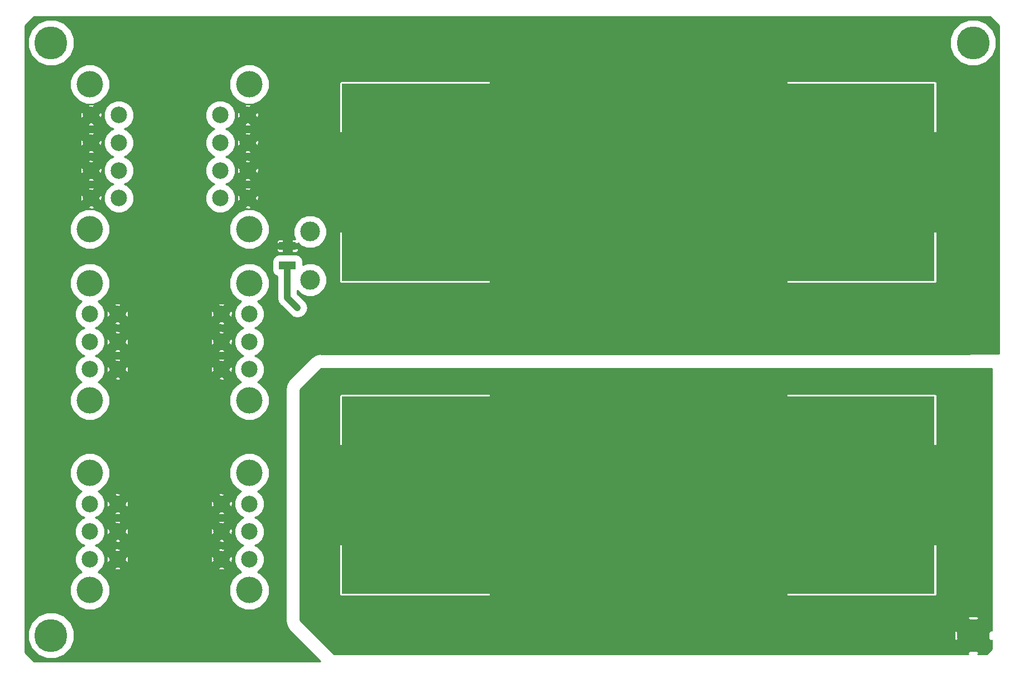
<source format=gbr>
G04 #@! TF.GenerationSoftware,KiCad,Pcbnew,(5.0.1)-3*
G04 #@! TF.CreationDate,2019-09-13T18:10:52+02:00*
G04 #@! TF.ProjectId,discovery,646973636F766572792E6B696361645F,rev?*
G04 #@! TF.SameCoordinates,PX4c4b360PY85843d4*
G04 #@! TF.FileFunction,Copper,L1,Top,Signal*
G04 #@! TF.FilePolarity,Positive*
%FSLAX46Y46*%
G04 Gerber Fmt 4.6, Leading zero omitted, Abs format (unit mm)*
G04 Created by KiCad (PCBNEW (5.0.1)-3) date 13/09/2019 18:10:52*
%MOMM*%
%LPD*%
G01*
G04 APERTURE LIST*
G04 #@! TA.AperFunction,ViaPad*
%ADD10C,0.600000*%
G04 #@! TD*
G04 #@! TA.AperFunction,SMDPad,CuDef*
%ADD11R,90.000000X30.000000*%
G04 #@! TD*
G04 #@! TA.AperFunction,WasherPad*
%ADD12C,4.000000*%
G04 #@! TD*
G04 #@! TA.AperFunction,ComponentPad*
%ADD13C,2.500000*%
G04 #@! TD*
G04 #@! TA.AperFunction,ComponentPad*
%ADD14C,5.000000*%
G04 #@! TD*
G04 #@! TA.AperFunction,ComponentPad*
%ADD15C,15.000000*%
G04 #@! TD*
G04 #@! TA.AperFunction,SMDPad,CuDef*
%ADD16R,2.540000X1.270000*%
G04 #@! TD*
G04 #@! TA.AperFunction,WasherPad*
%ADD17C,3.000000*%
G04 #@! TD*
G04 #@! TA.AperFunction,ViaPad*
%ADD18C,0.800000*%
G04 #@! TD*
G04 #@! TA.AperFunction,Conductor*
%ADD19C,1.000000*%
G04 #@! TD*
G04 #@! TA.AperFunction,Conductor*
%ADD20C,0.254000*%
G04 #@! TD*
G04 APERTURE END LIST*
D10*
G04 #@! TO.N,+12V*
G04 #@! TO.C,REF\002A\002A*
X132000160Y87702260D03*
G04 #@! TD*
G04 #@! TO.N,+12V*
G04 #@! TO.C,REF\002A\002A*
X129000160Y87702260D03*
G04 #@! TD*
G04 #@! TO.N,+12V*
G04 #@! TO.C,REF\002A\002A*
X126000160Y87702260D03*
G04 #@! TD*
G04 #@! TO.N,+12V*
G04 #@! TO.C,REF\002A\002A*
X123000160Y87702260D03*
G04 #@! TD*
G04 #@! TO.N,+12V*
G04 #@! TO.C,REF\002A\002A*
X120000160Y87702260D03*
G04 #@! TD*
G04 #@! TO.N,+12V*
G04 #@! TO.C,REF\002A\002A*
X117000160Y87702260D03*
G04 #@! TD*
G04 #@! TO.N,+12V*
G04 #@! TO.C,REF\002A\002A*
X114000160Y87702260D03*
G04 #@! TD*
G04 #@! TO.N,+12V*
G04 #@! TO.C,REF\002A\002A*
X111000160Y87702260D03*
G04 #@! TD*
G04 #@! TO.N,+12V*
G04 #@! TO.C,REF\002A\002A*
X108000160Y87702260D03*
G04 #@! TD*
G04 #@! TO.N,+12V*
G04 #@! TO.C,REF\002A\002A*
X105000160Y87702260D03*
G04 #@! TD*
G04 #@! TO.N,+12V*
G04 #@! TO.C,REF\002A\002A*
X102000160Y87702260D03*
G04 #@! TD*
G04 #@! TO.N,+12V*
G04 #@! TO.C,REF\002A\002A*
X99000160Y87702260D03*
G04 #@! TD*
G04 #@! TO.N,+12V*
G04 #@! TO.C,REF\002A\002A*
X96000160Y87702260D03*
G04 #@! TD*
G04 #@! TO.N,+12V*
G04 #@! TO.C,REF\002A\002A*
X93000160Y87702260D03*
G04 #@! TD*
G04 #@! TO.N,+12V*
G04 #@! TO.C,REF\002A\002A*
X90000160Y87702260D03*
G04 #@! TD*
G04 #@! TO.N,+12V*
G04 #@! TO.C,REF\002A\002A*
X87000160Y87702260D03*
G04 #@! TD*
G04 #@! TO.N,+12V*
G04 #@! TO.C,REF\002A\002A*
X84000160Y87702260D03*
G04 #@! TD*
G04 #@! TO.N,+12V*
G04 #@! TO.C,REF\002A\002A*
X81000160Y87702260D03*
G04 #@! TD*
G04 #@! TO.N,+12V*
G04 #@! TO.C,REF\002A\002A*
X78000160Y87702260D03*
G04 #@! TD*
G04 #@! TO.N,+12V*
G04 #@! TO.C,REF\002A\002A*
X75000160Y87702260D03*
G04 #@! TD*
G04 #@! TO.N,+12V*
G04 #@! TO.C,REF\002A\002A*
X72000160Y87702260D03*
G04 #@! TD*
G04 #@! TO.N,+12V*
G04 #@! TO.C,REF\002A\002A*
X69000160Y87702260D03*
G04 #@! TD*
G04 #@! TO.N,+12V*
G04 #@! TO.C,REF\002A\002A*
X66000160Y87702260D03*
G04 #@! TD*
G04 #@! TO.N,+12V*
G04 #@! TO.C,REF\002A\002A*
X63000160Y87702260D03*
G04 #@! TD*
G04 #@! TO.N,+12V*
G04 #@! TO.C,REF\002A\002A*
X60000160Y87702260D03*
G04 #@! TD*
G04 #@! TO.N,+12V*
G04 #@! TO.C,REF\002A\002A*
X57000160Y87702260D03*
G04 #@! TD*
G04 #@! TO.N,+12V*
G04 #@! TO.C,REF\002A\002A*
X54000160Y87702260D03*
G04 #@! TD*
G04 #@! TO.N,+12V*
G04 #@! TO.C,REF\002A\002A*
X51000160Y87702260D03*
G04 #@! TD*
G04 #@! TO.N,+12V*
G04 #@! TO.C,REF\002A\002A*
X48000160Y87702260D03*
G04 #@! TD*
G04 #@! TO.N,+12V*
G04 #@! TO.C,REF\002A\002A*
X45000160Y87702260D03*
G04 #@! TD*
G04 #@! TO.N,+12V*
G04 #@! TO.C,REF\002A\002A*
X132000160Y86002260D03*
G04 #@! TD*
G04 #@! TO.N,+12V*
G04 #@! TO.C,REF\002A\002A*
X129000160Y86002260D03*
G04 #@! TD*
G04 #@! TO.N,+12V*
G04 #@! TO.C,REF\002A\002A*
X126000160Y86002260D03*
G04 #@! TD*
G04 #@! TO.N,+12V*
G04 #@! TO.C,REF\002A\002A*
X123000160Y86002260D03*
G04 #@! TD*
G04 #@! TO.N,+12V*
G04 #@! TO.C,REF\002A\002A*
X120000160Y86002260D03*
G04 #@! TD*
G04 #@! TO.N,+12V*
G04 #@! TO.C,REF\002A\002A*
X117000160Y86002260D03*
G04 #@! TD*
G04 #@! TO.N,+12V*
G04 #@! TO.C,REF\002A\002A*
X114000160Y86002260D03*
G04 #@! TD*
G04 #@! TO.N,+12V*
G04 #@! TO.C,REF\002A\002A*
X111000160Y86002260D03*
G04 #@! TD*
G04 #@! TO.N,+12V*
G04 #@! TO.C,REF\002A\002A*
X108000160Y86002260D03*
G04 #@! TD*
G04 #@! TO.N,+12V*
G04 #@! TO.C,REF\002A\002A*
X105000160Y86002260D03*
G04 #@! TD*
G04 #@! TO.N,+12V*
G04 #@! TO.C,REF\002A\002A*
X102000160Y86002260D03*
G04 #@! TD*
G04 #@! TO.N,+12V*
G04 #@! TO.C,REF\002A\002A*
X99000160Y86002260D03*
G04 #@! TD*
G04 #@! TO.N,+12V*
G04 #@! TO.C,REF\002A\002A*
X96000160Y86002260D03*
G04 #@! TD*
G04 #@! TO.N,+12V*
G04 #@! TO.C,REF\002A\002A*
X93000160Y86002260D03*
G04 #@! TD*
G04 #@! TO.N,+12V*
G04 #@! TO.C,REF\002A\002A*
X90000160Y86002260D03*
G04 #@! TD*
G04 #@! TO.N,+12V*
G04 #@! TO.C,REF\002A\002A*
X87000160Y86002260D03*
G04 #@! TD*
G04 #@! TO.N,+12V*
G04 #@! TO.C,REF\002A\002A*
X84000160Y86002260D03*
G04 #@! TD*
G04 #@! TO.N,+12V*
G04 #@! TO.C,REF\002A\002A*
X81000160Y86002260D03*
G04 #@! TD*
G04 #@! TO.N,+12V*
G04 #@! TO.C,REF\002A\002A*
X78000160Y86002260D03*
G04 #@! TD*
G04 #@! TO.N,+12V*
G04 #@! TO.C,REF\002A\002A*
X75000160Y86002260D03*
G04 #@! TD*
G04 #@! TO.N,+12V*
G04 #@! TO.C,REF\002A\002A*
X72000160Y86002260D03*
G04 #@! TD*
G04 #@! TO.N,+12V*
G04 #@! TO.C,REF\002A\002A*
X69000160Y86002260D03*
G04 #@! TD*
G04 #@! TO.N,+12V*
G04 #@! TO.C,REF\002A\002A*
X66000160Y86002260D03*
G04 #@! TD*
G04 #@! TO.N,+12V*
G04 #@! TO.C,REF\002A\002A*
X63000160Y86002260D03*
G04 #@! TD*
G04 #@! TO.N,+12V*
G04 #@! TO.C,REF\002A\002A*
X60000160Y86002260D03*
G04 #@! TD*
G04 #@! TO.N,+12V*
G04 #@! TO.C,REF\002A\002A*
X57000160Y86002260D03*
G04 #@! TD*
G04 #@! TO.N,+12V*
G04 #@! TO.C,REF\002A\002A*
X54000160Y86002260D03*
G04 #@! TD*
G04 #@! TO.N,+12V*
G04 #@! TO.C,REF\002A\002A*
X51000160Y86002260D03*
G04 #@! TD*
G04 #@! TO.N,+12V*
G04 #@! TO.C,REF\002A\002A*
X48000160Y86002260D03*
G04 #@! TD*
G04 #@! TO.N,+12V*
G04 #@! TO.C,REF\002A\002A*
X132000160Y50302260D03*
G04 #@! TD*
G04 #@! TO.N,+12V*
G04 #@! TO.C,REF\002A\002A*
X129000160Y50302260D03*
G04 #@! TD*
G04 #@! TO.N,+12V*
G04 #@! TO.C,REF\002A\002A*
X126000160Y50302260D03*
G04 #@! TD*
G04 #@! TO.N,+12V*
G04 #@! TO.C,REF\002A\002A*
X123000160Y50302260D03*
G04 #@! TD*
G04 #@! TO.N,+12V*
G04 #@! TO.C,REF\002A\002A*
X120000160Y50302260D03*
G04 #@! TD*
G04 #@! TO.N,+12V*
G04 #@! TO.C,REF\002A\002A*
X117000160Y50302260D03*
G04 #@! TD*
G04 #@! TO.N,+12V*
G04 #@! TO.C,REF\002A\002A*
X114000160Y50302260D03*
G04 #@! TD*
G04 #@! TO.N,+12V*
G04 #@! TO.C,REF\002A\002A*
X111000160Y50302260D03*
G04 #@! TD*
G04 #@! TO.N,+12V*
G04 #@! TO.C,REF\002A\002A*
X108000160Y50302260D03*
G04 #@! TD*
G04 #@! TO.N,+12V*
G04 #@! TO.C,REF\002A\002A*
X105000160Y50302260D03*
G04 #@! TD*
G04 #@! TO.N,+12V*
G04 #@! TO.C,REF\002A\002A*
X102000160Y50302260D03*
G04 #@! TD*
G04 #@! TO.N,+12V*
G04 #@! TO.C,REF\002A\002A*
X99000160Y50302260D03*
G04 #@! TD*
G04 #@! TO.N,+12V*
G04 #@! TO.C,REF\002A\002A*
X96000160Y50302260D03*
G04 #@! TD*
G04 #@! TO.N,+12V*
G04 #@! TO.C,REF\002A\002A*
X93000160Y50302260D03*
G04 #@! TD*
G04 #@! TO.N,+12V*
G04 #@! TO.C,REF\002A\002A*
X90000160Y50302260D03*
G04 #@! TD*
G04 #@! TO.N,+12V*
G04 #@! TO.C,REF\002A\002A*
X87000160Y50302260D03*
G04 #@! TD*
G04 #@! TO.N,+12V*
G04 #@! TO.C,REF\002A\002A*
X84000160Y50302260D03*
G04 #@! TD*
G04 #@! TO.N,+12V*
G04 #@! TO.C,REF\002A\002A*
X81000160Y50302260D03*
G04 #@! TD*
G04 #@! TO.N,+12V*
G04 #@! TO.C,REF\002A\002A*
X78000160Y50302260D03*
G04 #@! TD*
G04 #@! TO.N,+12V*
G04 #@! TO.C,REF\002A\002A*
X75000160Y50302260D03*
G04 #@! TD*
G04 #@! TO.N,+12V*
G04 #@! TO.C,REF\002A\002A*
X72000160Y50302260D03*
G04 #@! TD*
G04 #@! TO.N,+12V*
G04 #@! TO.C,REF\002A\002A*
X69000160Y50302260D03*
G04 #@! TD*
G04 #@! TO.N,+12V*
G04 #@! TO.C,REF\002A\002A*
X66000160Y50302260D03*
G04 #@! TD*
G04 #@! TO.N,+12V*
G04 #@! TO.C,REF\002A\002A*
X63000160Y50302260D03*
G04 #@! TD*
G04 #@! TO.N,+12V*
G04 #@! TO.C,REF\002A\002A*
X60000160Y50302260D03*
G04 #@! TD*
G04 #@! TO.N,+12V*
G04 #@! TO.C,REF\002A\002A*
X57000160Y50302260D03*
G04 #@! TD*
G04 #@! TO.N,+12V*
G04 #@! TO.C,REF\002A\002A*
X54000160Y50302260D03*
G04 #@! TD*
G04 #@! TO.N,+12V*
G04 #@! TO.C,REF\002A\002A*
X51000160Y50302260D03*
G04 #@! TD*
G04 #@! TO.N,+12V*
G04 #@! TO.C,REF\002A\002A*
X48000160Y50302260D03*
G04 #@! TD*
G04 #@! TO.N,+12V*
G04 #@! TO.C,REF\002A\002A*
X45000160Y50302260D03*
G04 #@! TD*
G04 #@! TO.N,+12V*
G04 #@! TO.C,REF\002A\002A*
X132000160Y52002260D03*
G04 #@! TD*
G04 #@! TO.N,+12V*
G04 #@! TO.C,REF\002A\002A*
X129000160Y52002260D03*
G04 #@! TD*
G04 #@! TO.N,+12V*
G04 #@! TO.C,REF\002A\002A*
X126000160Y52002260D03*
G04 #@! TD*
G04 #@! TO.N,+12V*
G04 #@! TO.C,REF\002A\002A*
X123000160Y52002260D03*
G04 #@! TD*
G04 #@! TO.N,+12V*
G04 #@! TO.C,REF\002A\002A*
X120000160Y52002260D03*
G04 #@! TD*
G04 #@! TO.N,+12V*
G04 #@! TO.C,REF\002A\002A*
X117000160Y52002260D03*
G04 #@! TD*
G04 #@! TO.N,+12V*
G04 #@! TO.C,REF\002A\002A*
X114000160Y52002260D03*
G04 #@! TD*
G04 #@! TO.N,+12V*
G04 #@! TO.C,REF\002A\002A*
X111000160Y52002260D03*
G04 #@! TD*
G04 #@! TO.N,+12V*
G04 #@! TO.C,REF\002A\002A*
X108000160Y52002260D03*
G04 #@! TD*
G04 #@! TO.N,+12V*
G04 #@! TO.C,REF\002A\002A*
X105000160Y52002260D03*
G04 #@! TD*
G04 #@! TO.N,+12V*
G04 #@! TO.C,REF\002A\002A*
X102000160Y52002260D03*
G04 #@! TD*
G04 #@! TO.N,+12V*
G04 #@! TO.C,REF\002A\002A*
X99000160Y52002260D03*
G04 #@! TD*
G04 #@! TO.N,+12V*
G04 #@! TO.C,REF\002A\002A*
X96000160Y52002260D03*
G04 #@! TD*
G04 #@! TO.N,+12V*
G04 #@! TO.C,REF\002A\002A*
X93000160Y52002260D03*
G04 #@! TD*
G04 #@! TO.N,+12V*
G04 #@! TO.C,REF\002A\002A*
X90000160Y52002260D03*
G04 #@! TD*
G04 #@! TO.N,+12V*
G04 #@! TO.C,REF\002A\002A*
X87000160Y52002260D03*
G04 #@! TD*
G04 #@! TO.N,+12V*
G04 #@! TO.C,REF\002A\002A*
X84000160Y52002260D03*
G04 #@! TD*
G04 #@! TO.N,+12V*
G04 #@! TO.C,REF\002A\002A*
X81000160Y52002260D03*
G04 #@! TD*
G04 #@! TO.N,+12V*
G04 #@! TO.C,REF\002A\002A*
X78000160Y52002260D03*
G04 #@! TD*
G04 #@! TO.N,+12V*
G04 #@! TO.C,REF\002A\002A*
X75000160Y52002260D03*
G04 #@! TD*
G04 #@! TO.N,+12V*
G04 #@! TO.C,REF\002A\002A*
X72000160Y52002260D03*
G04 #@! TD*
G04 #@! TO.N,+12V*
G04 #@! TO.C,REF\002A\002A*
X69000160Y52002260D03*
G04 #@! TD*
G04 #@! TO.N,+12V*
G04 #@! TO.C,REF\002A\002A*
X66000160Y52002260D03*
G04 #@! TD*
G04 #@! TO.N,+12V*
G04 #@! TO.C,REF\002A\002A*
X63000160Y52002260D03*
G04 #@! TD*
G04 #@! TO.N,+12V*
G04 #@! TO.C,REF\002A\002A*
X60000160Y52002260D03*
G04 #@! TD*
G04 #@! TO.N,+12V*
G04 #@! TO.C,REF\002A\002A*
X57000160Y52002260D03*
G04 #@! TD*
G04 #@! TO.N,+12V*
G04 #@! TO.C,REF\002A\002A*
X54000160Y52002260D03*
G04 #@! TD*
G04 #@! TO.N,+12V*
G04 #@! TO.C,REF\002A\002A*
X51000160Y52002260D03*
G04 #@! TD*
G04 #@! TO.N,+12V*
G04 #@! TO.C,REF\002A\002A*
X48000160Y52002260D03*
G04 #@! TD*
G04 #@! TO.N,GND*
G04 #@! TO.C,REF\002A\002A*
X132000160Y-747740D03*
G04 #@! TD*
G04 #@! TO.N,GND*
G04 #@! TO.C,REF\002A\002A*
X129000160Y-747740D03*
G04 #@! TD*
G04 #@! TO.N,GND*
G04 #@! TO.C,REF\002A\002A*
X126000160Y-747740D03*
G04 #@! TD*
G04 #@! TO.N,GND*
G04 #@! TO.C,REF\002A\002A*
X123000160Y-747740D03*
G04 #@! TD*
G04 #@! TO.N,GND*
G04 #@! TO.C,REF\002A\002A*
X120000160Y-747740D03*
G04 #@! TD*
G04 #@! TO.N,GND*
G04 #@! TO.C,REF\002A\002A*
X117000160Y-747740D03*
G04 #@! TD*
G04 #@! TO.N,GND*
G04 #@! TO.C,REF\002A\002A*
X114000160Y-747740D03*
G04 #@! TD*
G04 #@! TO.N,GND*
G04 #@! TO.C,REF\002A\002A*
X111000160Y-747740D03*
G04 #@! TD*
G04 #@! TO.N,GND*
G04 #@! TO.C,REF\002A\002A*
X108000160Y-747740D03*
G04 #@! TD*
G04 #@! TO.N,GND*
G04 #@! TO.C,REF\002A\002A*
X105000160Y-747740D03*
G04 #@! TD*
G04 #@! TO.N,GND*
G04 #@! TO.C,REF\002A\002A*
X102000160Y-747740D03*
G04 #@! TD*
G04 #@! TO.N,GND*
G04 #@! TO.C,REF\002A\002A*
X99000160Y-747740D03*
G04 #@! TD*
G04 #@! TO.N,GND*
G04 #@! TO.C,REF\002A\002A*
X96000160Y-747740D03*
G04 #@! TD*
G04 #@! TO.N,GND*
G04 #@! TO.C,REF\002A\002A*
X93000160Y-747740D03*
G04 #@! TD*
G04 #@! TO.N,GND*
G04 #@! TO.C,REF\002A\002A*
X90000160Y-747740D03*
G04 #@! TD*
G04 #@! TO.N,GND*
G04 #@! TO.C,REF\002A\002A*
X87000160Y-747740D03*
G04 #@! TD*
G04 #@! TO.N,GND*
G04 #@! TO.C,REF\002A\002A*
X84000160Y-747740D03*
G04 #@! TD*
G04 #@! TO.N,GND*
G04 #@! TO.C,REF\002A\002A*
X81000160Y-747740D03*
G04 #@! TD*
G04 #@! TO.N,GND*
G04 #@! TO.C,REF\002A\002A*
X78000160Y-747740D03*
G04 #@! TD*
G04 #@! TO.N,GND*
G04 #@! TO.C,REF\002A\002A*
X75000160Y-747740D03*
G04 #@! TD*
G04 #@! TO.N,GND*
G04 #@! TO.C,REF\002A\002A*
X72000160Y-747740D03*
G04 #@! TD*
G04 #@! TO.N,GND*
G04 #@! TO.C,REF\002A\002A*
X69000160Y-747740D03*
G04 #@! TD*
G04 #@! TO.N,GND*
G04 #@! TO.C,REF\002A\002A*
X66000160Y-747740D03*
G04 #@! TD*
G04 #@! TO.N,GND*
G04 #@! TO.C,REF\002A\002A*
X63000160Y-747740D03*
G04 #@! TD*
G04 #@! TO.N,GND*
G04 #@! TO.C,REF\002A\002A*
X60000160Y-747740D03*
G04 #@! TD*
G04 #@! TO.N,GND*
G04 #@! TO.C,REF\002A\002A*
X57000160Y-747740D03*
G04 #@! TD*
G04 #@! TO.N,GND*
G04 #@! TO.C,REF\002A\002A*
X54000160Y-747740D03*
G04 #@! TD*
G04 #@! TO.N,GND*
G04 #@! TO.C,REF\002A\002A*
X51000160Y-747740D03*
G04 #@! TD*
G04 #@! TO.N,GND*
G04 #@! TO.C,REF\002A\002A*
X48000160Y-747740D03*
G04 #@! TD*
G04 #@! TO.N,GND*
G04 #@! TO.C,REF\002A\002A*
X45000160Y-747740D03*
G04 #@! TD*
G04 #@! TO.N,GND*
G04 #@! TO.C,REF\002A\002A*
X132000160Y1002260D03*
G04 #@! TD*
G04 #@! TO.N,GND*
G04 #@! TO.C,REF\002A\002A*
X129000160Y1002260D03*
G04 #@! TD*
G04 #@! TO.N,GND*
G04 #@! TO.C,REF\002A\002A*
X126000160Y1002260D03*
G04 #@! TD*
G04 #@! TO.N,GND*
G04 #@! TO.C,REF\002A\002A*
X123000160Y1002260D03*
G04 #@! TD*
G04 #@! TO.N,GND*
G04 #@! TO.C,REF\002A\002A*
X120000160Y1002260D03*
G04 #@! TD*
G04 #@! TO.N,GND*
G04 #@! TO.C,REF\002A\002A*
X117000160Y1002260D03*
G04 #@! TD*
G04 #@! TO.N,GND*
G04 #@! TO.C,REF\002A\002A*
X114000160Y1002260D03*
G04 #@! TD*
G04 #@! TO.N,GND*
G04 #@! TO.C,REF\002A\002A*
X111000160Y1002260D03*
G04 #@! TD*
G04 #@! TO.N,GND*
G04 #@! TO.C,REF\002A\002A*
X108000160Y1002260D03*
G04 #@! TD*
G04 #@! TO.N,GND*
G04 #@! TO.C,REF\002A\002A*
X105000160Y1002260D03*
G04 #@! TD*
G04 #@! TO.N,GND*
G04 #@! TO.C,REF\002A\002A*
X102000160Y1002260D03*
G04 #@! TD*
G04 #@! TO.N,GND*
G04 #@! TO.C,REF\002A\002A*
X99000160Y1002260D03*
G04 #@! TD*
G04 #@! TO.N,GND*
G04 #@! TO.C,REF\002A\002A*
X96000160Y1002260D03*
G04 #@! TD*
G04 #@! TO.N,GND*
G04 #@! TO.C,REF\002A\002A*
X93000160Y1002260D03*
G04 #@! TD*
G04 #@! TO.N,GND*
G04 #@! TO.C,REF\002A\002A*
X90000160Y1002260D03*
G04 #@! TD*
G04 #@! TO.N,GND*
G04 #@! TO.C,REF\002A\002A*
X87000160Y1002260D03*
G04 #@! TD*
G04 #@! TO.N,GND*
G04 #@! TO.C,REF\002A\002A*
X84000160Y1002260D03*
G04 #@! TD*
G04 #@! TO.N,GND*
G04 #@! TO.C,REF\002A\002A*
X81000160Y1002260D03*
G04 #@! TD*
G04 #@! TO.N,GND*
G04 #@! TO.C,REF\002A\002A*
X78000160Y1002260D03*
G04 #@! TD*
G04 #@! TO.N,GND*
G04 #@! TO.C,REF\002A\002A*
X75000160Y1002260D03*
G04 #@! TD*
G04 #@! TO.N,GND*
G04 #@! TO.C,REF\002A\002A*
X72000160Y1002260D03*
G04 #@! TD*
G04 #@! TO.N,GND*
G04 #@! TO.C,REF\002A\002A*
X69000160Y1002260D03*
G04 #@! TD*
G04 #@! TO.N,GND*
G04 #@! TO.C,REF\002A\002A*
X66000160Y1002260D03*
G04 #@! TD*
G04 #@! TO.N,GND*
G04 #@! TO.C,REF\002A\002A*
X63000160Y1002260D03*
G04 #@! TD*
G04 #@! TO.N,GND*
G04 #@! TO.C,REF\002A\002A*
X60000160Y1002260D03*
G04 #@! TD*
G04 #@! TO.N,GND*
G04 #@! TO.C,REF\002A\002A*
X57000160Y1002260D03*
G04 #@! TD*
G04 #@! TO.N,GND*
G04 #@! TO.C,REF\002A\002A*
X54000160Y1002260D03*
G04 #@! TD*
G04 #@! TO.N,GND*
G04 #@! TO.C,REF\002A\002A*
X51000160Y1002260D03*
G04 #@! TD*
G04 #@! TO.N,GND*
G04 #@! TO.C,REF\002A\002A*
X48000160Y1002260D03*
G04 #@! TD*
G04 #@! TO.N,GND*
G04 #@! TO.C,REF\002A\002A*
X45000160Y1002260D03*
G04 #@! TD*
G04 #@! TO.N,GND*
G04 #@! TO.C,REF\002A\002A*
X132000160Y2752260D03*
G04 #@! TD*
G04 #@! TO.N,GND*
G04 #@! TO.C,REF\002A\002A*
X129000160Y2752260D03*
G04 #@! TD*
G04 #@! TO.N,GND*
G04 #@! TO.C,REF\002A\002A*
X126000160Y2752260D03*
G04 #@! TD*
G04 #@! TO.N,GND*
G04 #@! TO.C,REF\002A\002A*
X123000160Y2752260D03*
G04 #@! TD*
G04 #@! TO.N,GND*
G04 #@! TO.C,REF\002A\002A*
X120000160Y2752260D03*
G04 #@! TD*
G04 #@! TO.N,GND*
G04 #@! TO.C,REF\002A\002A*
X117000160Y2752260D03*
G04 #@! TD*
G04 #@! TO.N,GND*
G04 #@! TO.C,REF\002A\002A*
X114000160Y2752260D03*
G04 #@! TD*
G04 #@! TO.N,GND*
G04 #@! TO.C,REF\002A\002A*
X111000160Y2752260D03*
G04 #@! TD*
G04 #@! TO.N,GND*
G04 #@! TO.C,REF\002A\002A*
X108000160Y2752260D03*
G04 #@! TD*
G04 #@! TO.N,GND*
G04 #@! TO.C,REF\002A\002A*
X105000160Y2752260D03*
G04 #@! TD*
G04 #@! TO.N,GND*
G04 #@! TO.C,REF\002A\002A*
X102000160Y2752260D03*
G04 #@! TD*
G04 #@! TO.N,GND*
G04 #@! TO.C,REF\002A\002A*
X99000160Y2752260D03*
G04 #@! TD*
G04 #@! TO.N,GND*
G04 #@! TO.C,REF\002A\002A*
X96000160Y2752260D03*
G04 #@! TD*
G04 #@! TO.N,GND*
G04 #@! TO.C,REF\002A\002A*
X93000160Y2752260D03*
G04 #@! TD*
G04 #@! TO.N,GND*
G04 #@! TO.C,REF\002A\002A*
X90000160Y2752260D03*
G04 #@! TD*
G04 #@! TO.N,GND*
G04 #@! TO.C,REF\002A\002A*
X87000160Y2752260D03*
G04 #@! TD*
G04 #@! TO.N,GND*
G04 #@! TO.C,REF\002A\002A*
X84000160Y2752260D03*
G04 #@! TD*
G04 #@! TO.N,GND*
G04 #@! TO.C,REF\002A\002A*
X81000160Y2752260D03*
G04 #@! TD*
G04 #@! TO.N,GND*
G04 #@! TO.C,REF\002A\002A*
X78000160Y2752260D03*
G04 #@! TD*
G04 #@! TO.N,GND*
G04 #@! TO.C,REF\002A\002A*
X75000160Y2752260D03*
G04 #@! TD*
G04 #@! TO.N,GND*
G04 #@! TO.C,REF\002A\002A*
X72000160Y2752260D03*
G04 #@! TD*
G04 #@! TO.N,GND*
G04 #@! TO.C,REF\002A\002A*
X69000160Y2752260D03*
G04 #@! TD*
G04 #@! TO.N,GND*
G04 #@! TO.C,REF\002A\002A*
X66000160Y2752260D03*
G04 #@! TD*
G04 #@! TO.N,GND*
G04 #@! TO.C,REF\002A\002A*
X63000160Y2752260D03*
G04 #@! TD*
G04 #@! TO.N,GND*
G04 #@! TO.C,REF\002A\002A*
X60000160Y2752260D03*
G04 #@! TD*
G04 #@! TO.N,GND*
G04 #@! TO.C,REF\002A\002A*
X57000160Y2752260D03*
G04 #@! TD*
G04 #@! TO.N,GND*
G04 #@! TO.C,REF\002A\002A*
X54000160Y2752260D03*
G04 #@! TD*
G04 #@! TO.N,GND*
G04 #@! TO.C,REF\002A\002A*
X51000160Y2752260D03*
G04 #@! TD*
G04 #@! TO.N,GND*
G04 #@! TO.C,REF\002A\002A*
X48000160Y2752260D03*
G04 #@! TD*
G04 #@! TO.N,GND*
G04 #@! TO.C,REF\002A\002A*
X45000160Y2752260D03*
G04 #@! TD*
G04 #@! TO.N,GND*
G04 #@! TO.C,REF\002A\002A*
X132000160Y4502260D03*
G04 #@! TD*
G04 #@! TO.N,GND*
G04 #@! TO.C,REF\002A\002A*
X129000160Y4502260D03*
G04 #@! TD*
G04 #@! TO.N,GND*
G04 #@! TO.C,REF\002A\002A*
X126000160Y4502260D03*
G04 #@! TD*
G04 #@! TO.N,GND*
G04 #@! TO.C,REF\002A\002A*
X123000160Y4502260D03*
G04 #@! TD*
G04 #@! TO.N,GND*
G04 #@! TO.C,REF\002A\002A*
X120000160Y4502260D03*
G04 #@! TD*
G04 #@! TO.N,GND*
G04 #@! TO.C,REF\002A\002A*
X117000160Y4502260D03*
G04 #@! TD*
G04 #@! TO.N,GND*
G04 #@! TO.C,REF\002A\002A*
X114000160Y4502260D03*
G04 #@! TD*
G04 #@! TO.N,GND*
G04 #@! TO.C,REF\002A\002A*
X111000160Y4502260D03*
G04 #@! TD*
G04 #@! TO.N,GND*
G04 #@! TO.C,REF\002A\002A*
X108000160Y4502260D03*
G04 #@! TD*
G04 #@! TO.N,GND*
G04 #@! TO.C,REF\002A\002A*
X105000160Y4502260D03*
G04 #@! TD*
G04 #@! TO.N,GND*
G04 #@! TO.C,REF\002A\002A*
X102000160Y4502260D03*
G04 #@! TD*
G04 #@! TO.N,GND*
G04 #@! TO.C,REF\002A\002A*
X99000160Y4502260D03*
G04 #@! TD*
G04 #@! TO.N,GND*
G04 #@! TO.C,REF\002A\002A*
X96000160Y4502260D03*
G04 #@! TD*
G04 #@! TO.N,GND*
G04 #@! TO.C,REF\002A\002A*
X93000160Y4502260D03*
G04 #@! TD*
G04 #@! TO.N,GND*
G04 #@! TO.C,REF\002A\002A*
X90000160Y4502260D03*
G04 #@! TD*
G04 #@! TO.N,GND*
G04 #@! TO.C,REF\002A\002A*
X87000160Y4502260D03*
G04 #@! TD*
G04 #@! TO.N,GND*
G04 #@! TO.C,REF\002A\002A*
X84000160Y4502260D03*
G04 #@! TD*
G04 #@! TO.N,GND*
G04 #@! TO.C,REF\002A\002A*
X81000160Y4502260D03*
G04 #@! TD*
G04 #@! TO.N,GND*
G04 #@! TO.C,REF\002A\002A*
X78000160Y4502260D03*
G04 #@! TD*
G04 #@! TO.N,GND*
G04 #@! TO.C,REF\002A\002A*
X75000160Y4502260D03*
G04 #@! TD*
G04 #@! TO.N,GND*
G04 #@! TO.C,REF\002A\002A*
X72000160Y4502260D03*
G04 #@! TD*
G04 #@! TO.N,GND*
G04 #@! TO.C,REF\002A\002A*
X69000160Y4502260D03*
G04 #@! TD*
G04 #@! TO.N,GND*
G04 #@! TO.C,REF\002A\002A*
X66000160Y4502260D03*
G04 #@! TD*
G04 #@! TO.N,GND*
G04 #@! TO.C,REF\002A\002A*
X63000160Y4502260D03*
G04 #@! TD*
G04 #@! TO.N,GND*
G04 #@! TO.C,REF\002A\002A*
X60000160Y4502260D03*
G04 #@! TD*
G04 #@! TO.N,GND*
G04 #@! TO.C,REF\002A\002A*
X57000160Y4502260D03*
G04 #@! TD*
G04 #@! TO.N,GND*
G04 #@! TO.C,REF\002A\002A*
X54000160Y4502260D03*
G04 #@! TD*
G04 #@! TO.N,GND*
G04 #@! TO.C,REF\002A\002A*
X51000160Y4502260D03*
G04 #@! TD*
G04 #@! TO.N,GND*
G04 #@! TO.C,REF\002A\002A*
X48000160Y4502260D03*
G04 #@! TD*
D11*
G04 #@! TO.P,W13,1*
G04 #@! TO.N,+12V*
X89160760Y68828060D03*
G04 #@! TD*
G04 #@! TO.P,W20,1*
G04 #@! TO.N,GND*
X89160760Y21328060D03*
G04 #@! TD*
D10*
G04 #@! TO.N,GND*
G04 #@! TO.C,REF\002A\002A*
X45000160Y4502260D03*
G04 #@! TD*
D12*
G04 #@! TO.P,J1,*
G04 #@! TO.N,*
X5900160Y61702260D03*
X5900160Y83702260D03*
D13*
G04 #@! TO.P,J1,1*
G04 #@! TO.N,GND*
X10300160Y79002260D03*
G04 #@! TO.P,J1,2*
X10300160Y74802260D03*
G04 #@! TO.P,J1,3*
X10300160Y70602260D03*
G04 #@! TO.P,J1,4*
X10300160Y66402260D03*
G04 #@! TO.P,J1,5*
G04 #@! TO.N,+12V*
X6100160Y79002260D03*
G04 #@! TO.P,J1,6*
X6100160Y74802260D03*
G04 #@! TO.P,J1,7*
X6100160Y70602260D03*
G04 #@! TO.P,J1,8*
X6100160Y66402260D03*
G04 #@! TD*
D12*
G04 #@! TO.P,J2,*
G04 #@! TO.N,*
X5900160Y6869660D03*
X5900160Y24669660D03*
D13*
G04 #@! TO.P,J2,1*
G04 #@! TO.N,+12V*
X10100160Y19969660D03*
G04 #@! TO.P,J2,2*
X10100160Y15769660D03*
G04 #@! TO.P,J2,3*
X10100160Y11569660D03*
G04 #@! TO.P,J2,4*
G04 #@! TO.N,GND*
X5900160Y19969660D03*
G04 #@! TO.P,J2,5*
X5900160Y15769660D03*
G04 #@! TO.P,J2,6*
X5900160Y11569660D03*
G04 #@! TD*
G04 #@! TO.P,J3,8*
G04 #@! TO.N,+12V*
X29900160Y79002260D03*
G04 #@! TO.P,J3,7*
X29900160Y74802260D03*
G04 #@! TO.P,J3,6*
X29900160Y70602260D03*
G04 #@! TO.P,J3,5*
X29900160Y66402260D03*
G04 #@! TO.P,J3,4*
G04 #@! TO.N,GND*
X25700160Y79002260D03*
G04 #@! TO.P,J3,3*
X25700160Y74802260D03*
G04 #@! TO.P,J3,2*
X25700160Y70602260D03*
G04 #@! TO.P,J3,1*
X25700160Y66402260D03*
D12*
G04 #@! TO.P,J3,*
G04 #@! TO.N,*
X30100160Y61702260D03*
X30100160Y83702260D03*
G04 #@! TD*
D13*
G04 #@! TO.P,J4,6*
G04 #@! TO.N,GND*
X5900160Y40402260D03*
G04 #@! TO.P,J4,5*
X5900160Y44602260D03*
G04 #@! TO.P,J4,4*
X5900160Y48802260D03*
G04 #@! TO.P,J4,3*
G04 #@! TO.N,+12V*
X10100160Y40402260D03*
G04 #@! TO.P,J4,2*
X10100160Y44602260D03*
G04 #@! TO.P,J4,1*
X10100160Y48802260D03*
D12*
G04 #@! TO.P,J4,*
G04 #@! TO.N,*
X5900160Y53502260D03*
X5900160Y35702260D03*
G04 #@! TD*
G04 #@! TO.P,J5,*
G04 #@! TO.N,*
X30100160Y53502260D03*
X30100160Y35702260D03*
D13*
G04 #@! TO.P,J5,1*
G04 #@! TO.N,+12V*
X25900160Y40402260D03*
G04 #@! TO.P,J5,2*
X25900160Y44602260D03*
G04 #@! TO.P,J5,3*
X25900160Y48802260D03*
G04 #@! TO.P,J5,4*
G04 #@! TO.N,GND*
X30100160Y40402260D03*
G04 #@! TO.P,J5,5*
X30100160Y44602260D03*
G04 #@! TO.P,J5,6*
X30100160Y48802260D03*
G04 #@! TD*
G04 #@! TO.P,J6,6*
G04 #@! TO.N,GND*
X30100160Y19969660D03*
G04 #@! TO.P,J6,5*
X30100160Y15769660D03*
G04 #@! TO.P,J6,4*
X30100160Y11569660D03*
G04 #@! TO.P,J6,3*
G04 #@! TO.N,+12V*
X25900160Y19969660D03*
G04 #@! TO.P,J6,2*
X25900160Y15769660D03*
G04 #@! TO.P,J6,1*
X25900160Y11569660D03*
D12*
G04 #@! TO.P,J6,*
G04 #@! TO.N,*
X30100160Y6869660D03*
X30100160Y24669660D03*
G04 #@! TD*
D14*
G04 #@! TO.P,W1,1*
G04 #@! TO.N,GND*
X140000160Y2260D03*
G04 #@! TD*
G04 #@! TO.P,W2,1*
G04 #@! TO.N,GND*
X160Y90002260D03*
G04 #@! TD*
G04 #@! TO.P,W3,1*
G04 #@! TO.N,GND*
X140000160Y90002260D03*
G04 #@! TD*
G04 #@! TO.P,W4,1*
G04 #@! TO.N,GND*
X160Y2260D03*
G04 #@! TD*
D15*
G04 #@! TO.P,W5,1*
G04 #@! TO.N,+12V*
X72500160Y68832260D03*
G04 #@! TD*
G04 #@! TO.P,W6,1*
G04 #@! TO.N,+12V*
X112500160Y68832260D03*
G04 #@! TD*
G04 #@! TO.P,W11,1*
G04 #@! TO.N,GND*
X70000160Y21332260D03*
G04 #@! TD*
G04 #@! TO.P,W12,1*
G04 #@! TO.N,GND*
X110000160Y21332260D03*
G04 #@! TD*
D10*
G04 #@! TO.N,+12V*
G04 #@! TO.C,REF\002A\002A*
X45000160Y52002260D03*
G04 #@! TD*
G04 #@! TO.N,+12V*
G04 #@! TO.C,REF\002A\002A*
X45000160Y86002260D03*
G04 #@! TD*
D16*
G04 #@! TO.P,J7,1*
G04 #@! TO.N,+12V*
X35910940Y59154460D03*
D17*
G04 #@! TO.P,J7,*
G04 #@! TO.N,*
X39340940Y61304460D03*
X39340940Y54004460D03*
D16*
G04 #@! TO.P,J7,2*
G04 #@! TO.N,GND*
X35910940Y56154460D03*
G04 #@! TD*
D18*
G04 #@! TO.N,GND*
X37419280Y49758600D03*
G04 #@! TD*
D19*
G04 #@! TO.N,GND*
X35910940Y56154460D02*
X35910940Y51266940D01*
X35910940Y51266940D02*
X37419280Y49758600D01*
G04 #@! TD*
D20*
G04 #@! TO.N,+12V*
G36*
X143898160Y92545797D02*
X143898161Y42819149D01*
X135185215Y42755580D01*
X41007388Y42755580D01*
X40969080Y42763200D01*
X40155112Y42601292D01*
X39465064Y42140216D01*
X36221484Y38896636D01*
X35760408Y38206588D01*
X35598500Y37392620D01*
X35598500Y2266960D01*
X35760408Y1452992D01*
X36221484Y762944D01*
X40880168Y-3895740D01*
X-2543377Y-3895740D01*
X-3897840Y-2541278D01*
X-3897840Y703824D01*
X-3526840Y703824D01*
X-3526840Y-699304D01*
X-2989886Y-1995625D01*
X-1997725Y-2987786D01*
X-701404Y-3524740D01*
X701724Y-3524740D01*
X1998045Y-2987786D01*
X2990206Y-1995625D01*
X3527160Y-699304D01*
X3527160Y703824D01*
X2990206Y2000145D01*
X1998045Y2992306D01*
X701724Y3529260D01*
X-701404Y3529260D01*
X-1997725Y2992306D01*
X-2989886Y2000145D01*
X-3526840Y703824D01*
X-3897840Y703824D01*
X-3897840Y25271768D01*
X2873160Y25271768D01*
X2873160Y24067552D01*
X3333994Y22955002D01*
X4185502Y22103494D01*
X4643553Y21913763D01*
X4610343Y21900007D01*
X3969813Y21259477D01*
X3623160Y20422583D01*
X3623160Y19516737D01*
X3969813Y18679843D01*
X4610343Y18039313D01*
X5019921Y17869660D01*
X4610343Y17700007D01*
X3969813Y17059477D01*
X3623160Y16222583D01*
X3623160Y15316737D01*
X3969813Y14479843D01*
X4610343Y13839313D01*
X5019921Y13669660D01*
X4610343Y13500007D01*
X3969813Y12859477D01*
X3623160Y12022583D01*
X3623160Y11116737D01*
X3969813Y10279843D01*
X4610343Y9639313D01*
X4643553Y9625557D01*
X4185502Y9435826D01*
X3333994Y8584318D01*
X2873160Y7471768D01*
X2873160Y6267552D01*
X3333994Y5155002D01*
X4185502Y4303494D01*
X5298052Y3842660D01*
X6502268Y3842660D01*
X7614818Y4303494D01*
X8466326Y5155002D01*
X8927160Y6267552D01*
X8927160Y7471768D01*
X8466326Y8584318D01*
X7614818Y9435826D01*
X7156767Y9625557D01*
X7189977Y9639313D01*
X7661160Y10110496D01*
X9524879Y10110496D01*
X9699351Y9954681D01*
X10347886Y9924231D01*
X10500969Y9954681D01*
X10675441Y10110496D01*
X25324879Y10110496D01*
X25499351Y9954681D01*
X26147886Y9924231D01*
X26300969Y9954681D01*
X26475441Y10110496D01*
X25900160Y10685777D01*
X25324879Y10110496D01*
X10675441Y10110496D01*
X10100160Y10685777D01*
X9524879Y10110496D01*
X7661160Y10110496D01*
X7830507Y10279843D01*
X8177160Y11116737D01*
X8177160Y11321934D01*
X8454731Y11321934D01*
X8485181Y11168851D01*
X8640996Y10994379D01*
X9216277Y11569660D01*
X10984043Y11569660D01*
X11559324Y10994379D01*
X11715139Y11168851D01*
X11722326Y11321934D01*
X24254731Y11321934D01*
X24285181Y11168851D01*
X24440996Y10994379D01*
X25016277Y11569660D01*
X26784043Y11569660D01*
X27359324Y10994379D01*
X27515139Y11168851D01*
X27545589Y11817386D01*
X27515139Y11970469D01*
X27359324Y12144941D01*
X26784043Y11569660D01*
X25016277Y11569660D01*
X24440996Y12144941D01*
X24285181Y11970469D01*
X24254731Y11321934D01*
X11722326Y11321934D01*
X11745589Y11817386D01*
X11715139Y11970469D01*
X11559324Y12144941D01*
X10984043Y11569660D01*
X9216277Y11569660D01*
X8640996Y12144941D01*
X8485181Y11970469D01*
X8454731Y11321934D01*
X8177160Y11321934D01*
X8177160Y12022583D01*
X7830507Y12859477D01*
X7661160Y13028824D01*
X9524879Y13028824D01*
X10100160Y12453543D01*
X10675441Y13028824D01*
X25324879Y13028824D01*
X25900160Y12453543D01*
X26475441Y13028824D01*
X26300969Y13184639D01*
X25652434Y13215089D01*
X25499351Y13184639D01*
X25324879Y13028824D01*
X10675441Y13028824D01*
X10500969Y13184639D01*
X9852434Y13215089D01*
X9699351Y13184639D01*
X9524879Y13028824D01*
X7661160Y13028824D01*
X7189977Y13500007D01*
X6780399Y13669660D01*
X7189977Y13839313D01*
X7661160Y14310496D01*
X9524879Y14310496D01*
X9699351Y14154681D01*
X10347886Y14124231D01*
X10500969Y14154681D01*
X10675441Y14310496D01*
X25324879Y14310496D01*
X25499351Y14154681D01*
X26147886Y14124231D01*
X26300969Y14154681D01*
X26475441Y14310496D01*
X25900160Y14885777D01*
X25324879Y14310496D01*
X10675441Y14310496D01*
X10100160Y14885777D01*
X9524879Y14310496D01*
X7661160Y14310496D01*
X7830507Y14479843D01*
X8177160Y15316737D01*
X8177160Y15521934D01*
X8454731Y15521934D01*
X8485181Y15368851D01*
X8640996Y15194379D01*
X9216277Y15769660D01*
X10984043Y15769660D01*
X11559324Y15194379D01*
X11715139Y15368851D01*
X11722326Y15521934D01*
X24254731Y15521934D01*
X24285181Y15368851D01*
X24440996Y15194379D01*
X25016277Y15769660D01*
X26784043Y15769660D01*
X27359324Y15194379D01*
X27515139Y15368851D01*
X27545589Y16017386D01*
X27515139Y16170469D01*
X27359324Y16344941D01*
X26784043Y15769660D01*
X25016277Y15769660D01*
X24440996Y16344941D01*
X24285181Y16170469D01*
X24254731Y15521934D01*
X11722326Y15521934D01*
X11745589Y16017386D01*
X11715139Y16170469D01*
X11559324Y16344941D01*
X10984043Y15769660D01*
X9216277Y15769660D01*
X8640996Y16344941D01*
X8485181Y16170469D01*
X8454731Y15521934D01*
X8177160Y15521934D01*
X8177160Y16222583D01*
X7830507Y17059477D01*
X7661160Y17228824D01*
X9524879Y17228824D01*
X10100160Y16653543D01*
X10675441Y17228824D01*
X25324879Y17228824D01*
X25900160Y16653543D01*
X26475441Y17228824D01*
X26300969Y17384639D01*
X25652434Y17415089D01*
X25499351Y17384639D01*
X25324879Y17228824D01*
X10675441Y17228824D01*
X10500969Y17384639D01*
X9852434Y17415089D01*
X9699351Y17384639D01*
X9524879Y17228824D01*
X7661160Y17228824D01*
X7189977Y17700007D01*
X6780399Y17869660D01*
X7189977Y18039313D01*
X7661160Y18510496D01*
X9524879Y18510496D01*
X9699351Y18354681D01*
X10347886Y18324231D01*
X10500969Y18354681D01*
X10675441Y18510496D01*
X25324879Y18510496D01*
X25499351Y18354681D01*
X26147886Y18324231D01*
X26300969Y18354681D01*
X26475441Y18510496D01*
X25900160Y19085777D01*
X25324879Y18510496D01*
X10675441Y18510496D01*
X10100160Y19085777D01*
X9524879Y18510496D01*
X7661160Y18510496D01*
X7830507Y18679843D01*
X8177160Y19516737D01*
X8177160Y19721934D01*
X8454731Y19721934D01*
X8485181Y19568851D01*
X8640996Y19394379D01*
X9216277Y19969660D01*
X10984043Y19969660D01*
X11559324Y19394379D01*
X11715139Y19568851D01*
X11722326Y19721934D01*
X24254731Y19721934D01*
X24285181Y19568851D01*
X24440996Y19394379D01*
X25016277Y19969660D01*
X26784043Y19969660D01*
X27359324Y19394379D01*
X27515139Y19568851D01*
X27545589Y20217386D01*
X27515139Y20370469D01*
X27359324Y20544941D01*
X26784043Y19969660D01*
X25016277Y19969660D01*
X24440996Y20544941D01*
X24285181Y20370469D01*
X24254731Y19721934D01*
X11722326Y19721934D01*
X11745589Y20217386D01*
X11715139Y20370469D01*
X11559324Y20544941D01*
X10984043Y19969660D01*
X9216277Y19969660D01*
X8640996Y20544941D01*
X8485181Y20370469D01*
X8454731Y19721934D01*
X8177160Y19721934D01*
X8177160Y20422583D01*
X7830507Y21259477D01*
X7661160Y21428824D01*
X9524879Y21428824D01*
X10100160Y20853543D01*
X10675441Y21428824D01*
X25324879Y21428824D01*
X25900160Y20853543D01*
X26475441Y21428824D01*
X26300969Y21584639D01*
X25652434Y21615089D01*
X25499351Y21584639D01*
X25324879Y21428824D01*
X10675441Y21428824D01*
X10500969Y21584639D01*
X9852434Y21615089D01*
X9699351Y21584639D01*
X9524879Y21428824D01*
X7661160Y21428824D01*
X7189977Y21900007D01*
X7156767Y21913763D01*
X7614818Y22103494D01*
X8466326Y22955002D01*
X8927160Y24067552D01*
X8927160Y25271768D01*
X27073160Y25271768D01*
X27073160Y24067552D01*
X27533994Y22955002D01*
X28385502Y22103494D01*
X28843553Y21913763D01*
X28810343Y21900007D01*
X28169813Y21259477D01*
X27823160Y20422583D01*
X27823160Y19516737D01*
X28169813Y18679843D01*
X28810343Y18039313D01*
X29219921Y17869660D01*
X28810343Y17700007D01*
X28169813Y17059477D01*
X27823160Y16222583D01*
X27823160Y15316737D01*
X28169813Y14479843D01*
X28810343Y13839313D01*
X29219921Y13669660D01*
X28810343Y13500007D01*
X28169813Y12859477D01*
X27823160Y12022583D01*
X27823160Y11116737D01*
X28169813Y10279843D01*
X28810343Y9639313D01*
X28843553Y9625557D01*
X28385502Y9435826D01*
X27533994Y8584318D01*
X27073160Y7471768D01*
X27073160Y6267552D01*
X27533994Y5155002D01*
X28385502Y4303494D01*
X29498052Y3842660D01*
X30702268Y3842660D01*
X31814818Y4303494D01*
X32666326Y5155002D01*
X33127160Y6267552D01*
X33127160Y7471768D01*
X32666326Y8584318D01*
X31814818Y9435826D01*
X31356767Y9625557D01*
X31389977Y9639313D01*
X32030507Y10279843D01*
X32377160Y11116737D01*
X32377160Y12022583D01*
X32030507Y12859477D01*
X31389977Y13500007D01*
X30980399Y13669660D01*
X31389977Y13839313D01*
X32030507Y14479843D01*
X32377160Y15316737D01*
X32377160Y16222583D01*
X32030507Y17059477D01*
X31389977Y17700007D01*
X30980399Y17869660D01*
X31389977Y18039313D01*
X32030507Y18679843D01*
X32377160Y19516737D01*
X32377160Y20422583D01*
X32030507Y21259477D01*
X31389977Y21900007D01*
X31356767Y21913763D01*
X31814818Y22103494D01*
X32666326Y22955002D01*
X33127160Y24067552D01*
X33127160Y25271768D01*
X32666326Y26384318D01*
X31814818Y27235826D01*
X30702268Y27696660D01*
X29498052Y27696660D01*
X28385502Y27235826D01*
X27533994Y26384318D01*
X27073160Y25271768D01*
X8927160Y25271768D01*
X8466326Y26384318D01*
X7614818Y27235826D01*
X6502268Y27696660D01*
X5298052Y27696660D01*
X4185502Y27235826D01*
X3333994Y26384318D01*
X2873160Y25271768D01*
X-3897840Y25271768D01*
X-3897840Y54104368D01*
X2873160Y54104368D01*
X2873160Y52900152D01*
X3333994Y51787602D01*
X4185502Y50936094D01*
X4643553Y50746363D01*
X4610343Y50732607D01*
X3969813Y50092077D01*
X3623160Y49255183D01*
X3623160Y48349337D01*
X3969813Y47512443D01*
X4610343Y46871913D01*
X5019921Y46702260D01*
X4610343Y46532607D01*
X3969813Y45892077D01*
X3623160Y45055183D01*
X3623160Y44149337D01*
X3969813Y43312443D01*
X4610343Y42671913D01*
X5019921Y42502260D01*
X4610343Y42332607D01*
X3969813Y41692077D01*
X3623160Y40855183D01*
X3623160Y39949337D01*
X3969813Y39112443D01*
X4610343Y38471913D01*
X4643553Y38458157D01*
X4185502Y38268426D01*
X3333994Y37416918D01*
X2873160Y36304368D01*
X2873160Y35100152D01*
X3333994Y33987602D01*
X4185502Y33136094D01*
X5298052Y32675260D01*
X6502268Y32675260D01*
X7614818Y33136094D01*
X8466326Y33987602D01*
X8927160Y35100152D01*
X8927160Y36304368D01*
X8466326Y37416918D01*
X7614818Y38268426D01*
X7156767Y38458157D01*
X7189977Y38471913D01*
X7661160Y38943096D01*
X9524879Y38943096D01*
X9699351Y38787281D01*
X10347886Y38756831D01*
X10500969Y38787281D01*
X10675441Y38943096D01*
X25324879Y38943096D01*
X25499351Y38787281D01*
X26147886Y38756831D01*
X26300969Y38787281D01*
X26475441Y38943096D01*
X25900160Y39518377D01*
X25324879Y38943096D01*
X10675441Y38943096D01*
X10100160Y39518377D01*
X9524879Y38943096D01*
X7661160Y38943096D01*
X7830507Y39112443D01*
X8177160Y39949337D01*
X8177160Y40154534D01*
X8454731Y40154534D01*
X8485181Y40001451D01*
X8640996Y39826979D01*
X9216277Y40402260D01*
X10984043Y40402260D01*
X11559324Y39826979D01*
X11715139Y40001451D01*
X11722326Y40154534D01*
X24254731Y40154534D01*
X24285181Y40001451D01*
X24440996Y39826979D01*
X25016277Y40402260D01*
X26784043Y40402260D01*
X27359324Y39826979D01*
X27515139Y40001451D01*
X27545589Y40649986D01*
X27515139Y40803069D01*
X27359324Y40977541D01*
X26784043Y40402260D01*
X25016277Y40402260D01*
X24440996Y40977541D01*
X24285181Y40803069D01*
X24254731Y40154534D01*
X11722326Y40154534D01*
X11745589Y40649986D01*
X11715139Y40803069D01*
X11559324Y40977541D01*
X10984043Y40402260D01*
X9216277Y40402260D01*
X8640996Y40977541D01*
X8485181Y40803069D01*
X8454731Y40154534D01*
X8177160Y40154534D01*
X8177160Y40855183D01*
X7830507Y41692077D01*
X7661160Y41861424D01*
X9524879Y41861424D01*
X10100160Y41286143D01*
X10675441Y41861424D01*
X25324879Y41861424D01*
X25900160Y41286143D01*
X26475441Y41861424D01*
X26300969Y42017239D01*
X25652434Y42047689D01*
X25499351Y42017239D01*
X25324879Y41861424D01*
X10675441Y41861424D01*
X10500969Y42017239D01*
X9852434Y42047689D01*
X9699351Y42017239D01*
X9524879Y41861424D01*
X7661160Y41861424D01*
X7189977Y42332607D01*
X6780399Y42502260D01*
X7189977Y42671913D01*
X7661160Y43143096D01*
X9524879Y43143096D01*
X9699351Y42987281D01*
X10347886Y42956831D01*
X10500969Y42987281D01*
X10675441Y43143096D01*
X25324879Y43143096D01*
X25499351Y42987281D01*
X26147886Y42956831D01*
X26300969Y42987281D01*
X26475441Y43143096D01*
X25900160Y43718377D01*
X25324879Y43143096D01*
X10675441Y43143096D01*
X10100160Y43718377D01*
X9524879Y43143096D01*
X7661160Y43143096D01*
X7830507Y43312443D01*
X8177160Y44149337D01*
X8177160Y44354534D01*
X8454731Y44354534D01*
X8485181Y44201451D01*
X8640996Y44026979D01*
X9216277Y44602260D01*
X10984043Y44602260D01*
X11559324Y44026979D01*
X11715139Y44201451D01*
X11722326Y44354534D01*
X24254731Y44354534D01*
X24285181Y44201451D01*
X24440996Y44026979D01*
X25016277Y44602260D01*
X26784043Y44602260D01*
X27359324Y44026979D01*
X27515139Y44201451D01*
X27545589Y44849986D01*
X27515139Y45003069D01*
X27359324Y45177541D01*
X26784043Y44602260D01*
X25016277Y44602260D01*
X24440996Y45177541D01*
X24285181Y45003069D01*
X24254731Y44354534D01*
X11722326Y44354534D01*
X11745589Y44849986D01*
X11715139Y45003069D01*
X11559324Y45177541D01*
X10984043Y44602260D01*
X9216277Y44602260D01*
X8640996Y45177541D01*
X8485181Y45003069D01*
X8454731Y44354534D01*
X8177160Y44354534D01*
X8177160Y45055183D01*
X7830507Y45892077D01*
X7661160Y46061424D01*
X9524879Y46061424D01*
X10100160Y45486143D01*
X10675441Y46061424D01*
X25324879Y46061424D01*
X25900160Y45486143D01*
X26475441Y46061424D01*
X26300969Y46217239D01*
X25652434Y46247689D01*
X25499351Y46217239D01*
X25324879Y46061424D01*
X10675441Y46061424D01*
X10500969Y46217239D01*
X9852434Y46247689D01*
X9699351Y46217239D01*
X9524879Y46061424D01*
X7661160Y46061424D01*
X7189977Y46532607D01*
X6780399Y46702260D01*
X7189977Y46871913D01*
X7661160Y47343096D01*
X9524879Y47343096D01*
X9699351Y47187281D01*
X10347886Y47156831D01*
X10500969Y47187281D01*
X10675441Y47343096D01*
X25324879Y47343096D01*
X25499351Y47187281D01*
X26147886Y47156831D01*
X26300969Y47187281D01*
X26475441Y47343096D01*
X25900160Y47918377D01*
X25324879Y47343096D01*
X10675441Y47343096D01*
X10100160Y47918377D01*
X9524879Y47343096D01*
X7661160Y47343096D01*
X7830507Y47512443D01*
X8177160Y48349337D01*
X8177160Y48554534D01*
X8454731Y48554534D01*
X8485181Y48401451D01*
X8640996Y48226979D01*
X9216277Y48802260D01*
X10984043Y48802260D01*
X11559324Y48226979D01*
X11715139Y48401451D01*
X11722326Y48554534D01*
X24254731Y48554534D01*
X24285181Y48401451D01*
X24440996Y48226979D01*
X25016277Y48802260D01*
X26784043Y48802260D01*
X27359324Y48226979D01*
X27515139Y48401451D01*
X27545589Y49049986D01*
X27515139Y49203069D01*
X27359324Y49377541D01*
X26784043Y48802260D01*
X25016277Y48802260D01*
X24440996Y49377541D01*
X24285181Y49203069D01*
X24254731Y48554534D01*
X11722326Y48554534D01*
X11745589Y49049986D01*
X11715139Y49203069D01*
X11559324Y49377541D01*
X10984043Y48802260D01*
X9216277Y48802260D01*
X8640996Y49377541D01*
X8485181Y49203069D01*
X8454731Y48554534D01*
X8177160Y48554534D01*
X8177160Y49255183D01*
X7830507Y50092077D01*
X7661160Y50261424D01*
X9524879Y50261424D01*
X10100160Y49686143D01*
X10675441Y50261424D01*
X25324879Y50261424D01*
X25900160Y49686143D01*
X26475441Y50261424D01*
X26300969Y50417239D01*
X25652434Y50447689D01*
X25499351Y50417239D01*
X25324879Y50261424D01*
X10675441Y50261424D01*
X10500969Y50417239D01*
X9852434Y50447689D01*
X9699351Y50417239D01*
X9524879Y50261424D01*
X7661160Y50261424D01*
X7189977Y50732607D01*
X7156767Y50746363D01*
X7614818Y50936094D01*
X8466326Y51787602D01*
X8927160Y52900152D01*
X8927160Y54104368D01*
X27073160Y54104368D01*
X27073160Y52900152D01*
X27533994Y51787602D01*
X28385502Y50936094D01*
X28843553Y50746363D01*
X28810343Y50732607D01*
X28169813Y50092077D01*
X27823160Y49255183D01*
X27823160Y48349337D01*
X28169813Y47512443D01*
X28810343Y46871913D01*
X29219921Y46702260D01*
X28810343Y46532607D01*
X28169813Y45892077D01*
X27823160Y45055183D01*
X27823160Y44149337D01*
X28169813Y43312443D01*
X28810343Y42671913D01*
X29219921Y42502260D01*
X28810343Y42332607D01*
X28169813Y41692077D01*
X27823160Y40855183D01*
X27823160Y39949337D01*
X28169813Y39112443D01*
X28810343Y38471913D01*
X28843553Y38458157D01*
X28385502Y38268426D01*
X27533994Y37416918D01*
X27073160Y36304368D01*
X27073160Y35100152D01*
X27533994Y33987602D01*
X28385502Y33136094D01*
X29498052Y32675260D01*
X30702268Y32675260D01*
X31814818Y33136094D01*
X32666326Y33987602D01*
X33127160Y35100152D01*
X33127160Y36304368D01*
X32666326Y37416918D01*
X31814818Y38268426D01*
X31356767Y38458157D01*
X31389977Y38471913D01*
X32030507Y39112443D01*
X32377160Y39949337D01*
X32377160Y40855183D01*
X32030507Y41692077D01*
X31389977Y42332607D01*
X30980399Y42502260D01*
X31389977Y42671913D01*
X32030507Y43312443D01*
X32377160Y44149337D01*
X32377160Y45055183D01*
X32030507Y45892077D01*
X31389977Y46532607D01*
X30980399Y46702260D01*
X31389977Y46871913D01*
X32030507Y47512443D01*
X32377160Y48349337D01*
X32377160Y49255183D01*
X32030507Y50092077D01*
X31389977Y50732607D01*
X31356767Y50746363D01*
X31814818Y50936094D01*
X32666326Y51787602D01*
X33127160Y52900152D01*
X33127160Y54104368D01*
X32666326Y55216918D01*
X31814818Y56068426D01*
X30702268Y56529260D01*
X29498052Y56529260D01*
X28385502Y56068426D01*
X27533994Y55216918D01*
X27073160Y54104368D01*
X8927160Y54104368D01*
X8466326Y55216918D01*
X7614818Y56068426D01*
X6502268Y56529260D01*
X5298052Y56529260D01*
X4185502Y56068426D01*
X3333994Y55216918D01*
X2873160Y54104368D01*
X-3897840Y54104368D01*
X-3897840Y56789460D01*
X33593820Y56789460D01*
X33593820Y55519460D01*
X33673527Y55118745D01*
X33900514Y54779034D01*
X34240225Y54552047D01*
X34383940Y54523460D01*
X34383941Y51417334D01*
X34354026Y51266940D01*
X34472538Y50671135D01*
X34684170Y50354406D01*
X34810036Y50166035D01*
X34937532Y50080845D01*
X36445871Y48572504D01*
X36823474Y48320198D01*
X37419280Y48201686D01*
X38015085Y48320198D01*
X38520185Y48657695D01*
X38857682Y49162795D01*
X38976194Y49758600D01*
X38857682Y50354406D01*
X38605376Y50732009D01*
X37437940Y51899444D01*
X37437940Y52333742D01*
X37909509Y51862173D01*
X38838288Y51477460D01*
X39843592Y51477460D01*
X40772371Y51862173D01*
X41483227Y52573029D01*
X41867940Y53501808D01*
X41867940Y54507112D01*
X41483227Y55435891D01*
X40772371Y56146747D01*
X39843592Y56531460D01*
X38838288Y56531460D01*
X38228060Y56278695D01*
X38228060Y56789460D01*
X38148353Y57190175D01*
X37921366Y57529886D01*
X37581655Y57756873D01*
X37180940Y57836580D01*
X34640940Y57836580D01*
X34240225Y57756873D01*
X33900514Y57529886D01*
X33673527Y57190175D01*
X33593820Y56789460D01*
X-3897840Y56789460D01*
X-3897840Y62304368D01*
X2873160Y62304368D01*
X2873160Y61100152D01*
X3333994Y59987602D01*
X4185502Y59136094D01*
X5298052Y58675260D01*
X6502268Y58675260D01*
X7614818Y59136094D01*
X8466326Y59987602D01*
X8927160Y61100152D01*
X8927160Y62304368D01*
X27073160Y62304368D01*
X27073160Y61100152D01*
X27533994Y59987602D01*
X28385502Y59136094D01*
X29498052Y58675260D01*
X30702268Y58675260D01*
X30862088Y58741460D01*
X34258940Y58741460D01*
X34258940Y58443475D01*
X34317096Y58303074D01*
X34424555Y58195616D01*
X34564956Y58137460D01*
X35180440Y58137460D01*
X35275940Y58232960D01*
X35275940Y58836960D01*
X36545940Y58836960D01*
X36545940Y58232960D01*
X36641440Y58137460D01*
X37256924Y58137460D01*
X37397325Y58195616D01*
X37504784Y58303074D01*
X37562940Y58443475D01*
X37562940Y58741460D01*
X37467440Y58836960D01*
X36545940Y58836960D01*
X35275940Y58836960D01*
X34354440Y58836960D01*
X34258940Y58741460D01*
X30862088Y58741460D01*
X31814818Y59136094D01*
X32544169Y59865445D01*
X34258940Y59865445D01*
X34258940Y59567460D01*
X34354440Y59471960D01*
X35275940Y59471960D01*
X35275940Y60075960D01*
X36545940Y60075960D01*
X36545940Y59471960D01*
X37467440Y59471960D01*
X37533581Y59538101D01*
X37909509Y59162173D01*
X38838288Y58777460D01*
X39843592Y58777460D01*
X40772371Y59162173D01*
X41483227Y59873029D01*
X41867940Y60801808D01*
X41867940Y61232560D01*
X43778760Y61232560D01*
X43778760Y53752075D01*
X43836916Y53611674D01*
X43944375Y53504216D01*
X44084776Y53446060D01*
X66565260Y53446060D01*
X66660760Y53541560D01*
X66660760Y61231081D01*
X70202281Y61231081D01*
X71356085Y60877695D01*
X73644235Y60877695D01*
X74798039Y61231081D01*
X110202281Y61231081D01*
X111356085Y60877695D01*
X111660760Y60877695D01*
X111660760Y53541560D01*
X111756260Y53446060D01*
X134236744Y53446060D01*
X134377145Y53504216D01*
X134484604Y53611674D01*
X134542760Y53752075D01*
X134542760Y61232560D01*
X134447260Y61328060D01*
X114701060Y61328060D01*
X112500160Y63528959D01*
X110202281Y61231081D01*
X74798039Y61231081D01*
X72500160Y63528959D01*
X70202281Y61231081D01*
X66660760Y61231081D01*
X66660760Y61328060D01*
X43874260Y61328060D01*
X43778760Y61232560D01*
X41867940Y61232560D01*
X41867940Y61807112D01*
X41483227Y62735891D01*
X40772371Y63446747D01*
X39843592Y63831460D01*
X38838288Y63831460D01*
X37909509Y63446747D01*
X37198653Y62735891D01*
X36813940Y61807112D01*
X36813940Y60801808D01*
X37075039Y60171460D01*
X36641440Y60171460D01*
X36545940Y60075960D01*
X35275940Y60075960D01*
X35180440Y60171460D01*
X34564956Y60171460D01*
X34424555Y60113304D01*
X34317096Y60005846D01*
X34258940Y59865445D01*
X32544169Y59865445D01*
X32666326Y59987602D01*
X33127160Y61100152D01*
X33127160Y62304368D01*
X32666326Y63416918D01*
X31814818Y64268426D01*
X30702268Y64729260D01*
X29498052Y64729260D01*
X28385502Y64268426D01*
X27533994Y63416918D01*
X27073160Y62304368D01*
X8927160Y62304368D01*
X8466326Y63416918D01*
X7614818Y64268426D01*
X6502268Y64729260D01*
X5298052Y64729260D01*
X4185502Y64268426D01*
X3333994Y63416918D01*
X2873160Y62304368D01*
X-3897840Y62304368D01*
X-3897840Y64943096D01*
X5524879Y64943096D01*
X5699351Y64787281D01*
X6347886Y64756831D01*
X6500969Y64787281D01*
X6675441Y64943096D01*
X6100160Y65518377D01*
X5524879Y64943096D01*
X-3897840Y64943096D01*
X-3897840Y66154534D01*
X4454731Y66154534D01*
X4485181Y66001451D01*
X4640996Y65826979D01*
X5216277Y66402260D01*
X6984043Y66402260D01*
X7559324Y65826979D01*
X7715139Y66001451D01*
X7745589Y66649986D01*
X7715139Y66803069D01*
X7559324Y66977541D01*
X6984043Y66402260D01*
X5216277Y66402260D01*
X4640996Y66977541D01*
X4485181Y66803069D01*
X4454731Y66154534D01*
X-3897840Y66154534D01*
X-3897840Y67861424D01*
X5524879Y67861424D01*
X6100160Y67286143D01*
X6675441Y67861424D01*
X6500969Y68017239D01*
X5852434Y68047689D01*
X5699351Y68017239D01*
X5524879Y67861424D01*
X-3897840Y67861424D01*
X-3897840Y69143096D01*
X5524879Y69143096D01*
X5699351Y68987281D01*
X6347886Y68956831D01*
X6500969Y68987281D01*
X6675441Y69143096D01*
X6100160Y69718377D01*
X5524879Y69143096D01*
X-3897840Y69143096D01*
X-3897840Y70354534D01*
X4454731Y70354534D01*
X4485181Y70201451D01*
X4640996Y70026979D01*
X5216277Y70602260D01*
X6984043Y70602260D01*
X7559324Y70026979D01*
X7715139Y70201451D01*
X7745589Y70849986D01*
X7715139Y71003069D01*
X7559324Y71177541D01*
X6984043Y70602260D01*
X5216277Y70602260D01*
X4640996Y71177541D01*
X4485181Y71003069D01*
X4454731Y70354534D01*
X-3897840Y70354534D01*
X-3897840Y72061424D01*
X5524879Y72061424D01*
X6100160Y71486143D01*
X6675441Y72061424D01*
X6500969Y72217239D01*
X5852434Y72247689D01*
X5699351Y72217239D01*
X5524879Y72061424D01*
X-3897840Y72061424D01*
X-3897840Y73343096D01*
X5524879Y73343096D01*
X5699351Y73187281D01*
X6347886Y73156831D01*
X6500969Y73187281D01*
X6675441Y73343096D01*
X6100160Y73918377D01*
X5524879Y73343096D01*
X-3897840Y73343096D01*
X-3897840Y74554534D01*
X4454731Y74554534D01*
X4485181Y74401451D01*
X4640996Y74226979D01*
X5216277Y74802260D01*
X6984043Y74802260D01*
X7559324Y74226979D01*
X7715139Y74401451D01*
X7745589Y75049986D01*
X7715139Y75203069D01*
X7559324Y75377541D01*
X6984043Y74802260D01*
X5216277Y74802260D01*
X4640996Y75377541D01*
X4485181Y75203069D01*
X4454731Y74554534D01*
X-3897840Y74554534D01*
X-3897840Y76261424D01*
X5524879Y76261424D01*
X6100160Y75686143D01*
X6675441Y76261424D01*
X6500969Y76417239D01*
X5852434Y76447689D01*
X5699351Y76417239D01*
X5524879Y76261424D01*
X-3897840Y76261424D01*
X-3897840Y77543096D01*
X5524879Y77543096D01*
X5699351Y77387281D01*
X6347886Y77356831D01*
X6500969Y77387281D01*
X6675441Y77543096D01*
X6100160Y78118377D01*
X5524879Y77543096D01*
X-3897840Y77543096D01*
X-3897840Y78754534D01*
X4454731Y78754534D01*
X4485181Y78601451D01*
X4640996Y78426979D01*
X5216277Y79002260D01*
X6984043Y79002260D01*
X7559324Y78426979D01*
X7715139Y78601451D01*
X7745589Y79249986D01*
X7715139Y79403069D01*
X7668598Y79455183D01*
X8023160Y79455183D01*
X8023160Y78549337D01*
X8369813Y77712443D01*
X9010343Y77071913D01*
X9419921Y76902260D01*
X9010343Y76732607D01*
X8369813Y76092077D01*
X8023160Y75255183D01*
X8023160Y74349337D01*
X8369813Y73512443D01*
X9010343Y72871913D01*
X9419921Y72702260D01*
X9010343Y72532607D01*
X8369813Y71892077D01*
X8023160Y71055183D01*
X8023160Y70149337D01*
X8369813Y69312443D01*
X9010343Y68671913D01*
X9419921Y68502260D01*
X9010343Y68332607D01*
X8369813Y67692077D01*
X8023160Y66855183D01*
X8023160Y65949337D01*
X8369813Y65112443D01*
X9010343Y64471913D01*
X9847237Y64125260D01*
X10753083Y64125260D01*
X11589977Y64471913D01*
X12230507Y65112443D01*
X12577160Y65949337D01*
X12577160Y66855183D01*
X12230507Y67692077D01*
X11589977Y68332607D01*
X11180399Y68502260D01*
X11589977Y68671913D01*
X12230507Y69312443D01*
X12577160Y70149337D01*
X12577160Y71055183D01*
X12230507Y71892077D01*
X11589977Y72532607D01*
X11180399Y72702260D01*
X11589977Y72871913D01*
X12230507Y73512443D01*
X12577160Y74349337D01*
X12577160Y75255183D01*
X12230507Y76092077D01*
X11589977Y76732607D01*
X11180399Y76902260D01*
X11589977Y77071913D01*
X12230507Y77712443D01*
X12577160Y78549337D01*
X12577160Y79455183D01*
X23423160Y79455183D01*
X23423160Y78549337D01*
X23769813Y77712443D01*
X24410343Y77071913D01*
X24819921Y76902260D01*
X24410343Y76732607D01*
X23769813Y76092077D01*
X23423160Y75255183D01*
X23423160Y74349337D01*
X23769813Y73512443D01*
X24410343Y72871913D01*
X24819921Y72702260D01*
X24410343Y72532607D01*
X23769813Y71892077D01*
X23423160Y71055183D01*
X23423160Y70149337D01*
X23769813Y69312443D01*
X24410343Y68671913D01*
X24819921Y68502260D01*
X24410343Y68332607D01*
X23769813Y67692077D01*
X23423160Y66855183D01*
X23423160Y65949337D01*
X23769813Y65112443D01*
X24410343Y64471913D01*
X25247237Y64125260D01*
X26153083Y64125260D01*
X26989977Y64471913D01*
X27461160Y64943096D01*
X29324879Y64943096D01*
X29499351Y64787281D01*
X30147886Y64756831D01*
X30300969Y64787281D01*
X30475441Y64943096D01*
X29900160Y65518377D01*
X29324879Y64943096D01*
X27461160Y64943096D01*
X27630507Y65112443D01*
X27977160Y65949337D01*
X27977160Y66154534D01*
X28254731Y66154534D01*
X28285181Y66001451D01*
X28440996Y65826979D01*
X29016277Y66402260D01*
X30784043Y66402260D01*
X31359324Y65826979D01*
X31515139Y66001451D01*
X31545589Y66649986D01*
X31515139Y66803069D01*
X31359324Y66977541D01*
X30784043Y66402260D01*
X29016277Y66402260D01*
X28440996Y66977541D01*
X28285181Y66803069D01*
X28254731Y66154534D01*
X27977160Y66154534D01*
X27977160Y66855183D01*
X27630507Y67692077D01*
X27461160Y67861424D01*
X29324879Y67861424D01*
X29900160Y67286143D01*
X30475441Y67861424D01*
X30300969Y68017239D01*
X29652434Y68047689D01*
X29499351Y68017239D01*
X29324879Y67861424D01*
X27461160Y67861424D01*
X26989977Y68332607D01*
X26580399Y68502260D01*
X26989977Y68671913D01*
X27461160Y69143096D01*
X29324879Y69143096D01*
X29499351Y68987281D01*
X30147886Y68956831D01*
X30300969Y68987281D01*
X30475441Y69143096D01*
X29900160Y69718377D01*
X29324879Y69143096D01*
X27461160Y69143096D01*
X27630507Y69312443D01*
X27905500Y69976335D01*
X64545595Y69976335D01*
X64545595Y67688185D01*
X64898981Y66534381D01*
X67196859Y68832260D01*
X77803461Y68832260D01*
X80101339Y66534381D01*
X80454725Y67688185D01*
X80454725Y69976335D01*
X104545595Y69976335D01*
X104545595Y67688185D01*
X104898981Y66534381D01*
X107196859Y68832260D01*
X117803461Y68832260D01*
X120101339Y66534381D01*
X120454725Y67688185D01*
X120454725Y69976335D01*
X120101339Y71130139D01*
X117803461Y68832260D01*
X107196859Y68832260D01*
X104898981Y71130139D01*
X104545595Y69976335D01*
X80454725Y69976335D01*
X80101339Y71130139D01*
X77803461Y68832260D01*
X67196859Y68832260D01*
X64898981Y71130139D01*
X64545595Y69976335D01*
X27905500Y69976335D01*
X27977160Y70149337D01*
X27977160Y70354534D01*
X28254731Y70354534D01*
X28285181Y70201451D01*
X28440996Y70026979D01*
X29016277Y70602260D01*
X30784043Y70602260D01*
X31359324Y70026979D01*
X31515139Y70201451D01*
X31545589Y70849986D01*
X31515139Y71003069D01*
X31359324Y71177541D01*
X30784043Y70602260D01*
X29016277Y70602260D01*
X28440996Y71177541D01*
X28285181Y71003069D01*
X28254731Y70354534D01*
X27977160Y70354534D01*
X27977160Y71055183D01*
X27630507Y71892077D01*
X27461160Y72061424D01*
X29324879Y72061424D01*
X29900160Y71486143D01*
X30475441Y72061424D01*
X30300969Y72217239D01*
X29652434Y72247689D01*
X29499351Y72217239D01*
X29324879Y72061424D01*
X27461160Y72061424D01*
X26989977Y72532607D01*
X26580399Y72702260D01*
X26989977Y72871913D01*
X27461160Y73343096D01*
X29324879Y73343096D01*
X29499351Y73187281D01*
X30147886Y73156831D01*
X30300969Y73187281D01*
X30475441Y73343096D01*
X29900160Y73918377D01*
X29324879Y73343096D01*
X27461160Y73343096D01*
X27630507Y73512443D01*
X27977160Y74349337D01*
X27977160Y74554534D01*
X28254731Y74554534D01*
X28285181Y74401451D01*
X28440996Y74226979D01*
X29016277Y74802260D01*
X30784043Y74802260D01*
X31359324Y74226979D01*
X31515139Y74401451D01*
X31545589Y75049986D01*
X31515139Y75203069D01*
X31359324Y75377541D01*
X30784043Y74802260D01*
X29016277Y74802260D01*
X28440996Y75377541D01*
X28285181Y75203069D01*
X28254731Y74554534D01*
X27977160Y74554534D01*
X27977160Y75255183D01*
X27630507Y76092077D01*
X27461160Y76261424D01*
X29324879Y76261424D01*
X29900160Y75686143D01*
X30475441Y76261424D01*
X30300969Y76417239D01*
X29652434Y76447689D01*
X29499351Y76417239D01*
X29324879Y76261424D01*
X27461160Y76261424D01*
X26989977Y76732607D01*
X26580399Y76902260D01*
X26989977Y77071913D01*
X27461160Y77543096D01*
X29324879Y77543096D01*
X29499351Y77387281D01*
X30147886Y77356831D01*
X30300969Y77387281D01*
X30475441Y77543096D01*
X29900160Y78118377D01*
X29324879Y77543096D01*
X27461160Y77543096D01*
X27630507Y77712443D01*
X27977160Y78549337D01*
X27977160Y78754534D01*
X28254731Y78754534D01*
X28285181Y78601451D01*
X28440996Y78426979D01*
X29016277Y79002260D01*
X30784043Y79002260D01*
X31359324Y78426979D01*
X31515139Y78601451D01*
X31545589Y79249986D01*
X31515139Y79403069D01*
X31359324Y79577541D01*
X30784043Y79002260D01*
X29016277Y79002260D01*
X28440996Y79577541D01*
X28285181Y79403069D01*
X28254731Y78754534D01*
X27977160Y78754534D01*
X27977160Y79455183D01*
X27630507Y80292077D01*
X27461160Y80461424D01*
X29324879Y80461424D01*
X29900160Y79886143D01*
X30475441Y80461424D01*
X30300969Y80617239D01*
X29652434Y80647689D01*
X29499351Y80617239D01*
X29324879Y80461424D01*
X27461160Y80461424D01*
X26989977Y80932607D01*
X26153083Y81279260D01*
X25247237Y81279260D01*
X24410343Y80932607D01*
X23769813Y80292077D01*
X23423160Y79455183D01*
X12577160Y79455183D01*
X12230507Y80292077D01*
X11589977Y80932607D01*
X10753083Y81279260D01*
X9847237Y81279260D01*
X9010343Y80932607D01*
X8369813Y80292077D01*
X8023160Y79455183D01*
X7668598Y79455183D01*
X7559324Y79577541D01*
X6984043Y79002260D01*
X5216277Y79002260D01*
X4640996Y79577541D01*
X4485181Y79403069D01*
X4454731Y78754534D01*
X-3897840Y78754534D01*
X-3897840Y80461424D01*
X5524879Y80461424D01*
X6100160Y79886143D01*
X6675441Y80461424D01*
X6500969Y80617239D01*
X5852434Y80647689D01*
X5699351Y80617239D01*
X5524879Y80461424D01*
X-3897840Y80461424D01*
X-3897840Y84304368D01*
X2873160Y84304368D01*
X2873160Y83100152D01*
X3333994Y81987602D01*
X4185502Y81136094D01*
X5298052Y80675260D01*
X6502268Y80675260D01*
X7614818Y81136094D01*
X8466326Y81987602D01*
X8927160Y83100152D01*
X8927160Y84304368D01*
X27073160Y84304368D01*
X27073160Y83100152D01*
X27533994Y81987602D01*
X28385502Y81136094D01*
X29498052Y80675260D01*
X30702268Y80675260D01*
X31814818Y81136094D01*
X32666326Y81987602D01*
X33127160Y83100152D01*
X33127160Y83904045D01*
X43778760Y83904045D01*
X43778760Y76423560D01*
X43874260Y76328060D01*
X66660760Y76328060D01*
X66660760Y76433439D01*
X70202281Y76433439D01*
X72500160Y74135561D01*
X74798039Y76433439D01*
X110202281Y76433439D01*
X112500160Y74135561D01*
X114692660Y76328060D01*
X134447260Y76328060D01*
X134542760Y76423560D01*
X134542760Y83904045D01*
X134484604Y84044446D01*
X134377145Y84151904D01*
X134236744Y84210060D01*
X111756260Y84210060D01*
X111660760Y84114560D01*
X111660760Y76786825D01*
X111356085Y76786825D01*
X110202281Y76433439D01*
X74798039Y76433439D01*
X73644235Y76786825D01*
X71356085Y76786825D01*
X70202281Y76433439D01*
X66660760Y76433439D01*
X66660760Y84114560D01*
X66565260Y84210060D01*
X44084776Y84210060D01*
X43944375Y84151904D01*
X43836916Y84044446D01*
X43778760Y83904045D01*
X33127160Y83904045D01*
X33127160Y84304368D01*
X32666326Y85416918D01*
X31814818Y86268426D01*
X30702268Y86729260D01*
X29498052Y86729260D01*
X28385502Y86268426D01*
X27533994Y85416918D01*
X27073160Y84304368D01*
X8927160Y84304368D01*
X8466326Y85416918D01*
X7614818Y86268426D01*
X6502268Y86729260D01*
X5298052Y86729260D01*
X4185502Y86268426D01*
X3333994Y85416918D01*
X2873160Y84304368D01*
X-3897840Y84304368D01*
X-3897840Y90703824D01*
X-3526840Y90703824D01*
X-3526840Y89300696D01*
X-2989886Y88004375D01*
X-1997725Y87012214D01*
X-701404Y86475260D01*
X701724Y86475260D01*
X1998045Y87012214D01*
X2990206Y88004375D01*
X3527160Y89300696D01*
X3527160Y90703824D01*
X136473160Y90703824D01*
X136473160Y89300696D01*
X137010114Y88004375D01*
X138002275Y87012214D01*
X139298596Y86475260D01*
X140701724Y86475260D01*
X141998045Y87012214D01*
X142990206Y88004375D01*
X143527160Y89300696D01*
X143527160Y90703824D01*
X142990206Y92000145D01*
X141998045Y92992306D01*
X140701724Y93529260D01*
X139298596Y93529260D01*
X138002275Y92992306D01*
X137010114Y92000145D01*
X136473160Y90703824D01*
X3527160Y90703824D01*
X2990206Y92000145D01*
X1998045Y92992306D01*
X701724Y93529260D01*
X-701404Y93529260D01*
X-1997725Y92992306D01*
X-2989886Y92000145D01*
X-3526840Y90703824D01*
X-3897840Y90703824D01*
X-3897840Y92545798D01*
X-2543377Y93900260D01*
X142543698Y93900260D01*
X143898160Y92545797D01*
X143898160Y92545797D01*
G37*
X143898160Y92545797D02*
X143898161Y42819149D01*
X135185215Y42755580D01*
X41007388Y42755580D01*
X40969080Y42763200D01*
X40155112Y42601292D01*
X39465064Y42140216D01*
X36221484Y38896636D01*
X35760408Y38206588D01*
X35598500Y37392620D01*
X35598500Y2266960D01*
X35760408Y1452992D01*
X36221484Y762944D01*
X40880168Y-3895740D01*
X-2543377Y-3895740D01*
X-3897840Y-2541278D01*
X-3897840Y703824D01*
X-3526840Y703824D01*
X-3526840Y-699304D01*
X-2989886Y-1995625D01*
X-1997725Y-2987786D01*
X-701404Y-3524740D01*
X701724Y-3524740D01*
X1998045Y-2987786D01*
X2990206Y-1995625D01*
X3527160Y-699304D01*
X3527160Y703824D01*
X2990206Y2000145D01*
X1998045Y2992306D01*
X701724Y3529260D01*
X-701404Y3529260D01*
X-1997725Y2992306D01*
X-2989886Y2000145D01*
X-3526840Y703824D01*
X-3897840Y703824D01*
X-3897840Y25271768D01*
X2873160Y25271768D01*
X2873160Y24067552D01*
X3333994Y22955002D01*
X4185502Y22103494D01*
X4643553Y21913763D01*
X4610343Y21900007D01*
X3969813Y21259477D01*
X3623160Y20422583D01*
X3623160Y19516737D01*
X3969813Y18679843D01*
X4610343Y18039313D01*
X5019921Y17869660D01*
X4610343Y17700007D01*
X3969813Y17059477D01*
X3623160Y16222583D01*
X3623160Y15316737D01*
X3969813Y14479843D01*
X4610343Y13839313D01*
X5019921Y13669660D01*
X4610343Y13500007D01*
X3969813Y12859477D01*
X3623160Y12022583D01*
X3623160Y11116737D01*
X3969813Y10279843D01*
X4610343Y9639313D01*
X4643553Y9625557D01*
X4185502Y9435826D01*
X3333994Y8584318D01*
X2873160Y7471768D01*
X2873160Y6267552D01*
X3333994Y5155002D01*
X4185502Y4303494D01*
X5298052Y3842660D01*
X6502268Y3842660D01*
X7614818Y4303494D01*
X8466326Y5155002D01*
X8927160Y6267552D01*
X8927160Y7471768D01*
X8466326Y8584318D01*
X7614818Y9435826D01*
X7156767Y9625557D01*
X7189977Y9639313D01*
X7661160Y10110496D01*
X9524879Y10110496D01*
X9699351Y9954681D01*
X10347886Y9924231D01*
X10500969Y9954681D01*
X10675441Y10110496D01*
X25324879Y10110496D01*
X25499351Y9954681D01*
X26147886Y9924231D01*
X26300969Y9954681D01*
X26475441Y10110496D01*
X25900160Y10685777D01*
X25324879Y10110496D01*
X10675441Y10110496D01*
X10100160Y10685777D01*
X9524879Y10110496D01*
X7661160Y10110496D01*
X7830507Y10279843D01*
X8177160Y11116737D01*
X8177160Y11321934D01*
X8454731Y11321934D01*
X8485181Y11168851D01*
X8640996Y10994379D01*
X9216277Y11569660D01*
X10984043Y11569660D01*
X11559324Y10994379D01*
X11715139Y11168851D01*
X11722326Y11321934D01*
X24254731Y11321934D01*
X24285181Y11168851D01*
X24440996Y10994379D01*
X25016277Y11569660D01*
X26784043Y11569660D01*
X27359324Y10994379D01*
X27515139Y11168851D01*
X27545589Y11817386D01*
X27515139Y11970469D01*
X27359324Y12144941D01*
X26784043Y11569660D01*
X25016277Y11569660D01*
X24440996Y12144941D01*
X24285181Y11970469D01*
X24254731Y11321934D01*
X11722326Y11321934D01*
X11745589Y11817386D01*
X11715139Y11970469D01*
X11559324Y12144941D01*
X10984043Y11569660D01*
X9216277Y11569660D01*
X8640996Y12144941D01*
X8485181Y11970469D01*
X8454731Y11321934D01*
X8177160Y11321934D01*
X8177160Y12022583D01*
X7830507Y12859477D01*
X7661160Y13028824D01*
X9524879Y13028824D01*
X10100160Y12453543D01*
X10675441Y13028824D01*
X25324879Y13028824D01*
X25900160Y12453543D01*
X26475441Y13028824D01*
X26300969Y13184639D01*
X25652434Y13215089D01*
X25499351Y13184639D01*
X25324879Y13028824D01*
X10675441Y13028824D01*
X10500969Y13184639D01*
X9852434Y13215089D01*
X9699351Y13184639D01*
X9524879Y13028824D01*
X7661160Y13028824D01*
X7189977Y13500007D01*
X6780399Y13669660D01*
X7189977Y13839313D01*
X7661160Y14310496D01*
X9524879Y14310496D01*
X9699351Y14154681D01*
X10347886Y14124231D01*
X10500969Y14154681D01*
X10675441Y14310496D01*
X25324879Y14310496D01*
X25499351Y14154681D01*
X26147886Y14124231D01*
X26300969Y14154681D01*
X26475441Y14310496D01*
X25900160Y14885777D01*
X25324879Y14310496D01*
X10675441Y14310496D01*
X10100160Y14885777D01*
X9524879Y14310496D01*
X7661160Y14310496D01*
X7830507Y14479843D01*
X8177160Y15316737D01*
X8177160Y15521934D01*
X8454731Y15521934D01*
X8485181Y15368851D01*
X8640996Y15194379D01*
X9216277Y15769660D01*
X10984043Y15769660D01*
X11559324Y15194379D01*
X11715139Y15368851D01*
X11722326Y15521934D01*
X24254731Y15521934D01*
X24285181Y15368851D01*
X24440996Y15194379D01*
X25016277Y15769660D01*
X26784043Y15769660D01*
X27359324Y15194379D01*
X27515139Y15368851D01*
X27545589Y16017386D01*
X27515139Y16170469D01*
X27359324Y16344941D01*
X26784043Y15769660D01*
X25016277Y15769660D01*
X24440996Y16344941D01*
X24285181Y16170469D01*
X24254731Y15521934D01*
X11722326Y15521934D01*
X11745589Y16017386D01*
X11715139Y16170469D01*
X11559324Y16344941D01*
X10984043Y15769660D01*
X9216277Y15769660D01*
X8640996Y16344941D01*
X8485181Y16170469D01*
X8454731Y15521934D01*
X8177160Y15521934D01*
X8177160Y16222583D01*
X7830507Y17059477D01*
X7661160Y17228824D01*
X9524879Y17228824D01*
X10100160Y16653543D01*
X10675441Y17228824D01*
X25324879Y17228824D01*
X25900160Y16653543D01*
X26475441Y17228824D01*
X26300969Y17384639D01*
X25652434Y17415089D01*
X25499351Y17384639D01*
X25324879Y17228824D01*
X10675441Y17228824D01*
X10500969Y17384639D01*
X9852434Y17415089D01*
X9699351Y17384639D01*
X9524879Y17228824D01*
X7661160Y17228824D01*
X7189977Y17700007D01*
X6780399Y17869660D01*
X7189977Y18039313D01*
X7661160Y18510496D01*
X9524879Y18510496D01*
X9699351Y18354681D01*
X10347886Y18324231D01*
X10500969Y18354681D01*
X10675441Y18510496D01*
X25324879Y18510496D01*
X25499351Y18354681D01*
X26147886Y18324231D01*
X26300969Y18354681D01*
X26475441Y18510496D01*
X25900160Y19085777D01*
X25324879Y18510496D01*
X10675441Y18510496D01*
X10100160Y19085777D01*
X9524879Y18510496D01*
X7661160Y18510496D01*
X7830507Y18679843D01*
X8177160Y19516737D01*
X8177160Y19721934D01*
X8454731Y19721934D01*
X8485181Y19568851D01*
X8640996Y19394379D01*
X9216277Y19969660D01*
X10984043Y19969660D01*
X11559324Y19394379D01*
X11715139Y19568851D01*
X11722326Y19721934D01*
X24254731Y19721934D01*
X24285181Y19568851D01*
X24440996Y19394379D01*
X25016277Y19969660D01*
X26784043Y19969660D01*
X27359324Y19394379D01*
X27515139Y19568851D01*
X27545589Y20217386D01*
X27515139Y20370469D01*
X27359324Y20544941D01*
X26784043Y19969660D01*
X25016277Y19969660D01*
X24440996Y20544941D01*
X24285181Y20370469D01*
X24254731Y19721934D01*
X11722326Y19721934D01*
X11745589Y20217386D01*
X11715139Y20370469D01*
X11559324Y20544941D01*
X10984043Y19969660D01*
X9216277Y19969660D01*
X8640996Y20544941D01*
X8485181Y20370469D01*
X8454731Y19721934D01*
X8177160Y19721934D01*
X8177160Y20422583D01*
X7830507Y21259477D01*
X7661160Y21428824D01*
X9524879Y21428824D01*
X10100160Y20853543D01*
X10675441Y21428824D01*
X25324879Y21428824D01*
X25900160Y20853543D01*
X26475441Y21428824D01*
X26300969Y21584639D01*
X25652434Y21615089D01*
X25499351Y21584639D01*
X25324879Y21428824D01*
X10675441Y21428824D01*
X10500969Y21584639D01*
X9852434Y21615089D01*
X9699351Y21584639D01*
X9524879Y21428824D01*
X7661160Y21428824D01*
X7189977Y21900007D01*
X7156767Y21913763D01*
X7614818Y22103494D01*
X8466326Y22955002D01*
X8927160Y24067552D01*
X8927160Y25271768D01*
X27073160Y25271768D01*
X27073160Y24067552D01*
X27533994Y22955002D01*
X28385502Y22103494D01*
X28843553Y21913763D01*
X28810343Y21900007D01*
X28169813Y21259477D01*
X27823160Y20422583D01*
X27823160Y19516737D01*
X28169813Y18679843D01*
X28810343Y18039313D01*
X29219921Y17869660D01*
X28810343Y17700007D01*
X28169813Y17059477D01*
X27823160Y16222583D01*
X27823160Y15316737D01*
X28169813Y14479843D01*
X28810343Y13839313D01*
X29219921Y13669660D01*
X28810343Y13500007D01*
X28169813Y12859477D01*
X27823160Y12022583D01*
X27823160Y11116737D01*
X28169813Y10279843D01*
X28810343Y9639313D01*
X28843553Y9625557D01*
X28385502Y9435826D01*
X27533994Y8584318D01*
X27073160Y7471768D01*
X27073160Y6267552D01*
X27533994Y5155002D01*
X28385502Y4303494D01*
X29498052Y3842660D01*
X30702268Y3842660D01*
X31814818Y4303494D01*
X32666326Y5155002D01*
X33127160Y6267552D01*
X33127160Y7471768D01*
X32666326Y8584318D01*
X31814818Y9435826D01*
X31356767Y9625557D01*
X31389977Y9639313D01*
X32030507Y10279843D01*
X32377160Y11116737D01*
X32377160Y12022583D01*
X32030507Y12859477D01*
X31389977Y13500007D01*
X30980399Y13669660D01*
X31389977Y13839313D01*
X32030507Y14479843D01*
X32377160Y15316737D01*
X32377160Y16222583D01*
X32030507Y17059477D01*
X31389977Y17700007D01*
X30980399Y17869660D01*
X31389977Y18039313D01*
X32030507Y18679843D01*
X32377160Y19516737D01*
X32377160Y20422583D01*
X32030507Y21259477D01*
X31389977Y21900007D01*
X31356767Y21913763D01*
X31814818Y22103494D01*
X32666326Y22955002D01*
X33127160Y24067552D01*
X33127160Y25271768D01*
X32666326Y26384318D01*
X31814818Y27235826D01*
X30702268Y27696660D01*
X29498052Y27696660D01*
X28385502Y27235826D01*
X27533994Y26384318D01*
X27073160Y25271768D01*
X8927160Y25271768D01*
X8466326Y26384318D01*
X7614818Y27235826D01*
X6502268Y27696660D01*
X5298052Y27696660D01*
X4185502Y27235826D01*
X3333994Y26384318D01*
X2873160Y25271768D01*
X-3897840Y25271768D01*
X-3897840Y54104368D01*
X2873160Y54104368D01*
X2873160Y52900152D01*
X3333994Y51787602D01*
X4185502Y50936094D01*
X4643553Y50746363D01*
X4610343Y50732607D01*
X3969813Y50092077D01*
X3623160Y49255183D01*
X3623160Y48349337D01*
X3969813Y47512443D01*
X4610343Y46871913D01*
X5019921Y46702260D01*
X4610343Y46532607D01*
X3969813Y45892077D01*
X3623160Y45055183D01*
X3623160Y44149337D01*
X3969813Y43312443D01*
X4610343Y42671913D01*
X5019921Y42502260D01*
X4610343Y42332607D01*
X3969813Y41692077D01*
X3623160Y40855183D01*
X3623160Y39949337D01*
X3969813Y39112443D01*
X4610343Y38471913D01*
X4643553Y38458157D01*
X4185502Y38268426D01*
X3333994Y37416918D01*
X2873160Y36304368D01*
X2873160Y35100152D01*
X3333994Y33987602D01*
X4185502Y33136094D01*
X5298052Y32675260D01*
X6502268Y32675260D01*
X7614818Y33136094D01*
X8466326Y33987602D01*
X8927160Y35100152D01*
X8927160Y36304368D01*
X8466326Y37416918D01*
X7614818Y38268426D01*
X7156767Y38458157D01*
X7189977Y38471913D01*
X7661160Y38943096D01*
X9524879Y38943096D01*
X9699351Y38787281D01*
X10347886Y38756831D01*
X10500969Y38787281D01*
X10675441Y38943096D01*
X25324879Y38943096D01*
X25499351Y38787281D01*
X26147886Y38756831D01*
X26300969Y38787281D01*
X26475441Y38943096D01*
X25900160Y39518377D01*
X25324879Y38943096D01*
X10675441Y38943096D01*
X10100160Y39518377D01*
X9524879Y38943096D01*
X7661160Y38943096D01*
X7830507Y39112443D01*
X8177160Y39949337D01*
X8177160Y40154534D01*
X8454731Y40154534D01*
X8485181Y40001451D01*
X8640996Y39826979D01*
X9216277Y40402260D01*
X10984043Y40402260D01*
X11559324Y39826979D01*
X11715139Y40001451D01*
X11722326Y40154534D01*
X24254731Y40154534D01*
X24285181Y40001451D01*
X24440996Y39826979D01*
X25016277Y40402260D01*
X26784043Y40402260D01*
X27359324Y39826979D01*
X27515139Y40001451D01*
X27545589Y40649986D01*
X27515139Y40803069D01*
X27359324Y40977541D01*
X26784043Y40402260D01*
X25016277Y40402260D01*
X24440996Y40977541D01*
X24285181Y40803069D01*
X24254731Y40154534D01*
X11722326Y40154534D01*
X11745589Y40649986D01*
X11715139Y40803069D01*
X11559324Y40977541D01*
X10984043Y40402260D01*
X9216277Y40402260D01*
X8640996Y40977541D01*
X8485181Y40803069D01*
X8454731Y40154534D01*
X8177160Y40154534D01*
X8177160Y40855183D01*
X7830507Y41692077D01*
X7661160Y41861424D01*
X9524879Y41861424D01*
X10100160Y41286143D01*
X10675441Y41861424D01*
X25324879Y41861424D01*
X25900160Y41286143D01*
X26475441Y41861424D01*
X26300969Y42017239D01*
X25652434Y42047689D01*
X25499351Y42017239D01*
X25324879Y41861424D01*
X10675441Y41861424D01*
X10500969Y42017239D01*
X9852434Y42047689D01*
X9699351Y42017239D01*
X9524879Y41861424D01*
X7661160Y41861424D01*
X7189977Y42332607D01*
X6780399Y42502260D01*
X7189977Y42671913D01*
X7661160Y43143096D01*
X9524879Y43143096D01*
X9699351Y42987281D01*
X10347886Y42956831D01*
X10500969Y42987281D01*
X10675441Y43143096D01*
X25324879Y43143096D01*
X25499351Y42987281D01*
X26147886Y42956831D01*
X26300969Y42987281D01*
X26475441Y43143096D01*
X25900160Y43718377D01*
X25324879Y43143096D01*
X10675441Y43143096D01*
X10100160Y43718377D01*
X9524879Y43143096D01*
X7661160Y43143096D01*
X7830507Y43312443D01*
X8177160Y44149337D01*
X8177160Y44354534D01*
X8454731Y44354534D01*
X8485181Y44201451D01*
X8640996Y44026979D01*
X9216277Y44602260D01*
X10984043Y44602260D01*
X11559324Y44026979D01*
X11715139Y44201451D01*
X11722326Y44354534D01*
X24254731Y44354534D01*
X24285181Y44201451D01*
X24440996Y44026979D01*
X25016277Y44602260D01*
X26784043Y44602260D01*
X27359324Y44026979D01*
X27515139Y44201451D01*
X27545589Y44849986D01*
X27515139Y45003069D01*
X27359324Y45177541D01*
X26784043Y44602260D01*
X25016277Y44602260D01*
X24440996Y45177541D01*
X24285181Y45003069D01*
X24254731Y44354534D01*
X11722326Y44354534D01*
X11745589Y44849986D01*
X11715139Y45003069D01*
X11559324Y45177541D01*
X10984043Y44602260D01*
X9216277Y44602260D01*
X8640996Y45177541D01*
X8485181Y45003069D01*
X8454731Y44354534D01*
X8177160Y44354534D01*
X8177160Y45055183D01*
X7830507Y45892077D01*
X7661160Y46061424D01*
X9524879Y46061424D01*
X10100160Y45486143D01*
X10675441Y46061424D01*
X25324879Y46061424D01*
X25900160Y45486143D01*
X26475441Y46061424D01*
X26300969Y46217239D01*
X25652434Y46247689D01*
X25499351Y46217239D01*
X25324879Y46061424D01*
X10675441Y46061424D01*
X10500969Y46217239D01*
X9852434Y46247689D01*
X9699351Y46217239D01*
X9524879Y46061424D01*
X7661160Y46061424D01*
X7189977Y46532607D01*
X6780399Y46702260D01*
X7189977Y46871913D01*
X7661160Y47343096D01*
X9524879Y47343096D01*
X9699351Y47187281D01*
X10347886Y47156831D01*
X10500969Y47187281D01*
X10675441Y47343096D01*
X25324879Y47343096D01*
X25499351Y47187281D01*
X26147886Y47156831D01*
X26300969Y47187281D01*
X26475441Y47343096D01*
X25900160Y47918377D01*
X25324879Y47343096D01*
X10675441Y47343096D01*
X10100160Y47918377D01*
X9524879Y47343096D01*
X7661160Y47343096D01*
X7830507Y47512443D01*
X8177160Y48349337D01*
X8177160Y48554534D01*
X8454731Y48554534D01*
X8485181Y48401451D01*
X8640996Y48226979D01*
X9216277Y48802260D01*
X10984043Y48802260D01*
X11559324Y48226979D01*
X11715139Y48401451D01*
X11722326Y48554534D01*
X24254731Y48554534D01*
X24285181Y48401451D01*
X24440996Y48226979D01*
X25016277Y48802260D01*
X26784043Y48802260D01*
X27359324Y48226979D01*
X27515139Y48401451D01*
X27545589Y49049986D01*
X27515139Y49203069D01*
X27359324Y49377541D01*
X26784043Y48802260D01*
X25016277Y48802260D01*
X24440996Y49377541D01*
X24285181Y49203069D01*
X24254731Y48554534D01*
X11722326Y48554534D01*
X11745589Y49049986D01*
X11715139Y49203069D01*
X11559324Y49377541D01*
X10984043Y48802260D01*
X9216277Y48802260D01*
X8640996Y49377541D01*
X8485181Y49203069D01*
X8454731Y48554534D01*
X8177160Y48554534D01*
X8177160Y49255183D01*
X7830507Y50092077D01*
X7661160Y50261424D01*
X9524879Y50261424D01*
X10100160Y49686143D01*
X10675441Y50261424D01*
X25324879Y50261424D01*
X25900160Y49686143D01*
X26475441Y50261424D01*
X26300969Y50417239D01*
X25652434Y50447689D01*
X25499351Y50417239D01*
X25324879Y50261424D01*
X10675441Y50261424D01*
X10500969Y50417239D01*
X9852434Y50447689D01*
X9699351Y50417239D01*
X9524879Y50261424D01*
X7661160Y50261424D01*
X7189977Y50732607D01*
X7156767Y50746363D01*
X7614818Y50936094D01*
X8466326Y51787602D01*
X8927160Y52900152D01*
X8927160Y54104368D01*
X27073160Y54104368D01*
X27073160Y52900152D01*
X27533994Y51787602D01*
X28385502Y50936094D01*
X28843553Y50746363D01*
X28810343Y50732607D01*
X28169813Y50092077D01*
X27823160Y49255183D01*
X27823160Y48349337D01*
X28169813Y47512443D01*
X28810343Y46871913D01*
X29219921Y46702260D01*
X28810343Y46532607D01*
X28169813Y45892077D01*
X27823160Y45055183D01*
X27823160Y44149337D01*
X28169813Y43312443D01*
X28810343Y42671913D01*
X29219921Y42502260D01*
X28810343Y42332607D01*
X28169813Y41692077D01*
X27823160Y40855183D01*
X27823160Y39949337D01*
X28169813Y39112443D01*
X28810343Y38471913D01*
X28843553Y38458157D01*
X28385502Y38268426D01*
X27533994Y37416918D01*
X27073160Y36304368D01*
X27073160Y35100152D01*
X27533994Y33987602D01*
X28385502Y33136094D01*
X29498052Y32675260D01*
X30702268Y32675260D01*
X31814818Y33136094D01*
X32666326Y33987602D01*
X33127160Y35100152D01*
X33127160Y36304368D01*
X32666326Y37416918D01*
X31814818Y38268426D01*
X31356767Y38458157D01*
X31389977Y38471913D01*
X32030507Y39112443D01*
X32377160Y39949337D01*
X32377160Y40855183D01*
X32030507Y41692077D01*
X31389977Y42332607D01*
X30980399Y42502260D01*
X31389977Y42671913D01*
X32030507Y43312443D01*
X32377160Y44149337D01*
X32377160Y45055183D01*
X32030507Y45892077D01*
X31389977Y46532607D01*
X30980399Y46702260D01*
X31389977Y46871913D01*
X32030507Y47512443D01*
X32377160Y48349337D01*
X32377160Y49255183D01*
X32030507Y50092077D01*
X31389977Y50732607D01*
X31356767Y50746363D01*
X31814818Y50936094D01*
X32666326Y51787602D01*
X33127160Y52900152D01*
X33127160Y54104368D01*
X32666326Y55216918D01*
X31814818Y56068426D01*
X30702268Y56529260D01*
X29498052Y56529260D01*
X28385502Y56068426D01*
X27533994Y55216918D01*
X27073160Y54104368D01*
X8927160Y54104368D01*
X8466326Y55216918D01*
X7614818Y56068426D01*
X6502268Y56529260D01*
X5298052Y56529260D01*
X4185502Y56068426D01*
X3333994Y55216918D01*
X2873160Y54104368D01*
X-3897840Y54104368D01*
X-3897840Y56789460D01*
X33593820Y56789460D01*
X33593820Y55519460D01*
X33673527Y55118745D01*
X33900514Y54779034D01*
X34240225Y54552047D01*
X34383940Y54523460D01*
X34383941Y51417334D01*
X34354026Y51266940D01*
X34472538Y50671135D01*
X34684170Y50354406D01*
X34810036Y50166035D01*
X34937532Y50080845D01*
X36445871Y48572504D01*
X36823474Y48320198D01*
X37419280Y48201686D01*
X38015085Y48320198D01*
X38520185Y48657695D01*
X38857682Y49162795D01*
X38976194Y49758600D01*
X38857682Y50354406D01*
X38605376Y50732009D01*
X37437940Y51899444D01*
X37437940Y52333742D01*
X37909509Y51862173D01*
X38838288Y51477460D01*
X39843592Y51477460D01*
X40772371Y51862173D01*
X41483227Y52573029D01*
X41867940Y53501808D01*
X41867940Y54507112D01*
X41483227Y55435891D01*
X40772371Y56146747D01*
X39843592Y56531460D01*
X38838288Y56531460D01*
X38228060Y56278695D01*
X38228060Y56789460D01*
X38148353Y57190175D01*
X37921366Y57529886D01*
X37581655Y57756873D01*
X37180940Y57836580D01*
X34640940Y57836580D01*
X34240225Y57756873D01*
X33900514Y57529886D01*
X33673527Y57190175D01*
X33593820Y56789460D01*
X-3897840Y56789460D01*
X-3897840Y62304368D01*
X2873160Y62304368D01*
X2873160Y61100152D01*
X3333994Y59987602D01*
X4185502Y59136094D01*
X5298052Y58675260D01*
X6502268Y58675260D01*
X7614818Y59136094D01*
X8466326Y59987602D01*
X8927160Y61100152D01*
X8927160Y62304368D01*
X27073160Y62304368D01*
X27073160Y61100152D01*
X27533994Y59987602D01*
X28385502Y59136094D01*
X29498052Y58675260D01*
X30702268Y58675260D01*
X30862088Y58741460D01*
X34258940Y58741460D01*
X34258940Y58443475D01*
X34317096Y58303074D01*
X34424555Y58195616D01*
X34564956Y58137460D01*
X35180440Y58137460D01*
X35275940Y58232960D01*
X35275940Y58836960D01*
X36545940Y58836960D01*
X36545940Y58232960D01*
X36641440Y58137460D01*
X37256924Y58137460D01*
X37397325Y58195616D01*
X37504784Y58303074D01*
X37562940Y58443475D01*
X37562940Y58741460D01*
X37467440Y58836960D01*
X36545940Y58836960D01*
X35275940Y58836960D01*
X34354440Y58836960D01*
X34258940Y58741460D01*
X30862088Y58741460D01*
X31814818Y59136094D01*
X32544169Y59865445D01*
X34258940Y59865445D01*
X34258940Y59567460D01*
X34354440Y59471960D01*
X35275940Y59471960D01*
X35275940Y60075960D01*
X36545940Y60075960D01*
X36545940Y59471960D01*
X37467440Y59471960D01*
X37533581Y59538101D01*
X37909509Y59162173D01*
X38838288Y58777460D01*
X39843592Y58777460D01*
X40772371Y59162173D01*
X41483227Y59873029D01*
X41867940Y60801808D01*
X41867940Y61232560D01*
X43778760Y61232560D01*
X43778760Y53752075D01*
X43836916Y53611674D01*
X43944375Y53504216D01*
X44084776Y53446060D01*
X66565260Y53446060D01*
X66660760Y53541560D01*
X66660760Y61231081D01*
X70202281Y61231081D01*
X71356085Y60877695D01*
X73644235Y60877695D01*
X74798039Y61231081D01*
X110202281Y61231081D01*
X111356085Y60877695D01*
X111660760Y60877695D01*
X111660760Y53541560D01*
X111756260Y53446060D01*
X134236744Y53446060D01*
X134377145Y53504216D01*
X134484604Y53611674D01*
X134542760Y53752075D01*
X134542760Y61232560D01*
X134447260Y61328060D01*
X114701060Y61328060D01*
X112500160Y63528959D01*
X110202281Y61231081D01*
X74798039Y61231081D01*
X72500160Y63528959D01*
X70202281Y61231081D01*
X66660760Y61231081D01*
X66660760Y61328060D01*
X43874260Y61328060D01*
X43778760Y61232560D01*
X41867940Y61232560D01*
X41867940Y61807112D01*
X41483227Y62735891D01*
X40772371Y63446747D01*
X39843592Y63831460D01*
X38838288Y63831460D01*
X37909509Y63446747D01*
X37198653Y62735891D01*
X36813940Y61807112D01*
X36813940Y60801808D01*
X37075039Y60171460D01*
X36641440Y60171460D01*
X36545940Y60075960D01*
X35275940Y60075960D01*
X35180440Y60171460D01*
X34564956Y60171460D01*
X34424555Y60113304D01*
X34317096Y60005846D01*
X34258940Y59865445D01*
X32544169Y59865445D01*
X32666326Y59987602D01*
X33127160Y61100152D01*
X33127160Y62304368D01*
X32666326Y63416918D01*
X31814818Y64268426D01*
X30702268Y64729260D01*
X29498052Y64729260D01*
X28385502Y64268426D01*
X27533994Y63416918D01*
X27073160Y62304368D01*
X8927160Y62304368D01*
X8466326Y63416918D01*
X7614818Y64268426D01*
X6502268Y64729260D01*
X5298052Y64729260D01*
X4185502Y64268426D01*
X3333994Y63416918D01*
X2873160Y62304368D01*
X-3897840Y62304368D01*
X-3897840Y64943096D01*
X5524879Y64943096D01*
X5699351Y64787281D01*
X6347886Y64756831D01*
X6500969Y64787281D01*
X6675441Y64943096D01*
X6100160Y65518377D01*
X5524879Y64943096D01*
X-3897840Y64943096D01*
X-3897840Y66154534D01*
X4454731Y66154534D01*
X4485181Y66001451D01*
X4640996Y65826979D01*
X5216277Y66402260D01*
X6984043Y66402260D01*
X7559324Y65826979D01*
X7715139Y66001451D01*
X7745589Y66649986D01*
X7715139Y66803069D01*
X7559324Y66977541D01*
X6984043Y66402260D01*
X5216277Y66402260D01*
X4640996Y66977541D01*
X4485181Y66803069D01*
X4454731Y66154534D01*
X-3897840Y66154534D01*
X-3897840Y67861424D01*
X5524879Y67861424D01*
X6100160Y67286143D01*
X6675441Y67861424D01*
X6500969Y68017239D01*
X5852434Y68047689D01*
X5699351Y68017239D01*
X5524879Y67861424D01*
X-3897840Y67861424D01*
X-3897840Y69143096D01*
X5524879Y69143096D01*
X5699351Y68987281D01*
X6347886Y68956831D01*
X6500969Y68987281D01*
X6675441Y69143096D01*
X6100160Y69718377D01*
X5524879Y69143096D01*
X-3897840Y69143096D01*
X-3897840Y70354534D01*
X4454731Y70354534D01*
X4485181Y70201451D01*
X4640996Y70026979D01*
X5216277Y70602260D01*
X6984043Y70602260D01*
X7559324Y70026979D01*
X7715139Y70201451D01*
X7745589Y70849986D01*
X7715139Y71003069D01*
X7559324Y71177541D01*
X6984043Y70602260D01*
X5216277Y70602260D01*
X4640996Y71177541D01*
X4485181Y71003069D01*
X4454731Y70354534D01*
X-3897840Y70354534D01*
X-3897840Y72061424D01*
X5524879Y72061424D01*
X6100160Y71486143D01*
X6675441Y72061424D01*
X6500969Y72217239D01*
X5852434Y72247689D01*
X5699351Y72217239D01*
X5524879Y72061424D01*
X-3897840Y72061424D01*
X-3897840Y73343096D01*
X5524879Y73343096D01*
X5699351Y73187281D01*
X6347886Y73156831D01*
X6500969Y73187281D01*
X6675441Y73343096D01*
X6100160Y73918377D01*
X5524879Y73343096D01*
X-3897840Y73343096D01*
X-3897840Y74554534D01*
X4454731Y74554534D01*
X4485181Y74401451D01*
X4640996Y74226979D01*
X5216277Y74802260D01*
X6984043Y74802260D01*
X7559324Y74226979D01*
X7715139Y74401451D01*
X7745589Y75049986D01*
X7715139Y75203069D01*
X7559324Y75377541D01*
X6984043Y74802260D01*
X5216277Y74802260D01*
X4640996Y75377541D01*
X4485181Y75203069D01*
X4454731Y74554534D01*
X-3897840Y74554534D01*
X-3897840Y76261424D01*
X5524879Y76261424D01*
X6100160Y75686143D01*
X6675441Y76261424D01*
X6500969Y76417239D01*
X5852434Y76447689D01*
X5699351Y76417239D01*
X5524879Y76261424D01*
X-3897840Y76261424D01*
X-3897840Y77543096D01*
X5524879Y77543096D01*
X5699351Y77387281D01*
X6347886Y77356831D01*
X6500969Y77387281D01*
X6675441Y77543096D01*
X6100160Y78118377D01*
X5524879Y77543096D01*
X-3897840Y77543096D01*
X-3897840Y78754534D01*
X4454731Y78754534D01*
X4485181Y78601451D01*
X4640996Y78426979D01*
X5216277Y79002260D01*
X6984043Y79002260D01*
X7559324Y78426979D01*
X7715139Y78601451D01*
X7745589Y79249986D01*
X7715139Y79403069D01*
X7668598Y79455183D01*
X8023160Y79455183D01*
X8023160Y78549337D01*
X8369813Y77712443D01*
X9010343Y77071913D01*
X9419921Y76902260D01*
X9010343Y76732607D01*
X8369813Y76092077D01*
X8023160Y75255183D01*
X8023160Y74349337D01*
X8369813Y73512443D01*
X9010343Y72871913D01*
X9419921Y72702260D01*
X9010343Y72532607D01*
X8369813Y71892077D01*
X8023160Y71055183D01*
X8023160Y70149337D01*
X8369813Y69312443D01*
X9010343Y68671913D01*
X9419921Y68502260D01*
X9010343Y68332607D01*
X8369813Y67692077D01*
X8023160Y66855183D01*
X8023160Y65949337D01*
X8369813Y65112443D01*
X9010343Y64471913D01*
X9847237Y64125260D01*
X10753083Y64125260D01*
X11589977Y64471913D01*
X12230507Y65112443D01*
X12577160Y65949337D01*
X12577160Y66855183D01*
X12230507Y67692077D01*
X11589977Y68332607D01*
X11180399Y68502260D01*
X11589977Y68671913D01*
X12230507Y69312443D01*
X12577160Y70149337D01*
X12577160Y71055183D01*
X12230507Y71892077D01*
X11589977Y72532607D01*
X11180399Y72702260D01*
X11589977Y72871913D01*
X12230507Y73512443D01*
X12577160Y74349337D01*
X12577160Y75255183D01*
X12230507Y76092077D01*
X11589977Y76732607D01*
X11180399Y76902260D01*
X11589977Y77071913D01*
X12230507Y77712443D01*
X12577160Y78549337D01*
X12577160Y79455183D01*
X23423160Y79455183D01*
X23423160Y78549337D01*
X23769813Y77712443D01*
X24410343Y77071913D01*
X24819921Y76902260D01*
X24410343Y76732607D01*
X23769813Y76092077D01*
X23423160Y75255183D01*
X23423160Y74349337D01*
X23769813Y73512443D01*
X24410343Y72871913D01*
X24819921Y72702260D01*
X24410343Y72532607D01*
X23769813Y71892077D01*
X23423160Y71055183D01*
X23423160Y70149337D01*
X23769813Y69312443D01*
X24410343Y68671913D01*
X24819921Y68502260D01*
X24410343Y68332607D01*
X23769813Y67692077D01*
X23423160Y66855183D01*
X23423160Y65949337D01*
X23769813Y65112443D01*
X24410343Y64471913D01*
X25247237Y64125260D01*
X26153083Y64125260D01*
X26989977Y64471913D01*
X27461160Y64943096D01*
X29324879Y64943096D01*
X29499351Y64787281D01*
X30147886Y64756831D01*
X30300969Y64787281D01*
X30475441Y64943096D01*
X29900160Y65518377D01*
X29324879Y64943096D01*
X27461160Y64943096D01*
X27630507Y65112443D01*
X27977160Y65949337D01*
X27977160Y66154534D01*
X28254731Y66154534D01*
X28285181Y66001451D01*
X28440996Y65826979D01*
X29016277Y66402260D01*
X30784043Y66402260D01*
X31359324Y65826979D01*
X31515139Y66001451D01*
X31545589Y66649986D01*
X31515139Y66803069D01*
X31359324Y66977541D01*
X30784043Y66402260D01*
X29016277Y66402260D01*
X28440996Y66977541D01*
X28285181Y66803069D01*
X28254731Y66154534D01*
X27977160Y66154534D01*
X27977160Y66855183D01*
X27630507Y67692077D01*
X27461160Y67861424D01*
X29324879Y67861424D01*
X29900160Y67286143D01*
X30475441Y67861424D01*
X30300969Y68017239D01*
X29652434Y68047689D01*
X29499351Y68017239D01*
X29324879Y67861424D01*
X27461160Y67861424D01*
X26989977Y68332607D01*
X26580399Y68502260D01*
X26989977Y68671913D01*
X27461160Y69143096D01*
X29324879Y69143096D01*
X29499351Y68987281D01*
X30147886Y68956831D01*
X30300969Y68987281D01*
X30475441Y69143096D01*
X29900160Y69718377D01*
X29324879Y69143096D01*
X27461160Y69143096D01*
X27630507Y69312443D01*
X27905500Y69976335D01*
X64545595Y69976335D01*
X64545595Y67688185D01*
X64898981Y66534381D01*
X67196859Y68832260D01*
X77803461Y68832260D01*
X80101339Y66534381D01*
X80454725Y67688185D01*
X80454725Y69976335D01*
X104545595Y69976335D01*
X104545595Y67688185D01*
X104898981Y66534381D01*
X107196859Y68832260D01*
X117803461Y68832260D01*
X120101339Y66534381D01*
X120454725Y67688185D01*
X120454725Y69976335D01*
X120101339Y71130139D01*
X117803461Y68832260D01*
X107196859Y68832260D01*
X104898981Y71130139D01*
X104545595Y69976335D01*
X80454725Y69976335D01*
X80101339Y71130139D01*
X77803461Y68832260D01*
X67196859Y68832260D01*
X64898981Y71130139D01*
X64545595Y69976335D01*
X27905500Y69976335D01*
X27977160Y70149337D01*
X27977160Y70354534D01*
X28254731Y70354534D01*
X28285181Y70201451D01*
X28440996Y70026979D01*
X29016277Y70602260D01*
X30784043Y70602260D01*
X31359324Y70026979D01*
X31515139Y70201451D01*
X31545589Y70849986D01*
X31515139Y71003069D01*
X31359324Y71177541D01*
X30784043Y70602260D01*
X29016277Y70602260D01*
X28440996Y71177541D01*
X28285181Y71003069D01*
X28254731Y70354534D01*
X27977160Y70354534D01*
X27977160Y71055183D01*
X27630507Y71892077D01*
X27461160Y72061424D01*
X29324879Y72061424D01*
X29900160Y71486143D01*
X30475441Y72061424D01*
X30300969Y72217239D01*
X29652434Y72247689D01*
X29499351Y72217239D01*
X29324879Y72061424D01*
X27461160Y72061424D01*
X26989977Y72532607D01*
X26580399Y72702260D01*
X26989977Y72871913D01*
X27461160Y73343096D01*
X29324879Y73343096D01*
X29499351Y73187281D01*
X30147886Y73156831D01*
X30300969Y73187281D01*
X30475441Y73343096D01*
X29900160Y73918377D01*
X29324879Y73343096D01*
X27461160Y73343096D01*
X27630507Y73512443D01*
X27977160Y74349337D01*
X27977160Y74554534D01*
X28254731Y74554534D01*
X28285181Y74401451D01*
X28440996Y74226979D01*
X29016277Y74802260D01*
X30784043Y74802260D01*
X31359324Y74226979D01*
X31515139Y74401451D01*
X31545589Y75049986D01*
X31515139Y75203069D01*
X31359324Y75377541D01*
X30784043Y74802260D01*
X29016277Y74802260D01*
X28440996Y75377541D01*
X28285181Y75203069D01*
X28254731Y74554534D01*
X27977160Y74554534D01*
X27977160Y75255183D01*
X27630507Y76092077D01*
X27461160Y76261424D01*
X29324879Y76261424D01*
X29900160Y75686143D01*
X30475441Y76261424D01*
X30300969Y76417239D01*
X29652434Y76447689D01*
X29499351Y76417239D01*
X29324879Y76261424D01*
X27461160Y76261424D01*
X26989977Y76732607D01*
X26580399Y76902260D01*
X26989977Y77071913D01*
X27461160Y77543096D01*
X29324879Y77543096D01*
X29499351Y77387281D01*
X30147886Y77356831D01*
X30300969Y77387281D01*
X30475441Y77543096D01*
X29900160Y78118377D01*
X29324879Y77543096D01*
X27461160Y77543096D01*
X27630507Y77712443D01*
X27977160Y78549337D01*
X27977160Y78754534D01*
X28254731Y78754534D01*
X28285181Y78601451D01*
X28440996Y78426979D01*
X29016277Y79002260D01*
X30784043Y79002260D01*
X31359324Y78426979D01*
X31515139Y78601451D01*
X31545589Y79249986D01*
X31515139Y79403069D01*
X31359324Y79577541D01*
X30784043Y79002260D01*
X29016277Y79002260D01*
X28440996Y79577541D01*
X28285181Y79403069D01*
X28254731Y78754534D01*
X27977160Y78754534D01*
X27977160Y79455183D01*
X27630507Y80292077D01*
X27461160Y80461424D01*
X29324879Y80461424D01*
X29900160Y79886143D01*
X30475441Y80461424D01*
X30300969Y80617239D01*
X29652434Y80647689D01*
X29499351Y80617239D01*
X29324879Y80461424D01*
X27461160Y80461424D01*
X26989977Y80932607D01*
X26153083Y81279260D01*
X25247237Y81279260D01*
X24410343Y80932607D01*
X23769813Y80292077D01*
X23423160Y79455183D01*
X12577160Y79455183D01*
X12230507Y80292077D01*
X11589977Y80932607D01*
X10753083Y81279260D01*
X9847237Y81279260D01*
X9010343Y80932607D01*
X8369813Y80292077D01*
X8023160Y79455183D01*
X7668598Y79455183D01*
X7559324Y79577541D01*
X6984043Y79002260D01*
X5216277Y79002260D01*
X4640996Y79577541D01*
X4485181Y79403069D01*
X4454731Y78754534D01*
X-3897840Y78754534D01*
X-3897840Y80461424D01*
X5524879Y80461424D01*
X6100160Y79886143D01*
X6675441Y80461424D01*
X6500969Y80617239D01*
X5852434Y80647689D01*
X5699351Y80617239D01*
X5524879Y80461424D01*
X-3897840Y80461424D01*
X-3897840Y84304368D01*
X2873160Y84304368D01*
X2873160Y83100152D01*
X3333994Y81987602D01*
X4185502Y81136094D01*
X5298052Y80675260D01*
X6502268Y80675260D01*
X7614818Y81136094D01*
X8466326Y81987602D01*
X8927160Y83100152D01*
X8927160Y84304368D01*
X27073160Y84304368D01*
X27073160Y83100152D01*
X27533994Y81987602D01*
X28385502Y81136094D01*
X29498052Y80675260D01*
X30702268Y80675260D01*
X31814818Y81136094D01*
X32666326Y81987602D01*
X33127160Y83100152D01*
X33127160Y83904045D01*
X43778760Y83904045D01*
X43778760Y76423560D01*
X43874260Y76328060D01*
X66660760Y76328060D01*
X66660760Y76433439D01*
X70202281Y76433439D01*
X72500160Y74135561D01*
X74798039Y76433439D01*
X110202281Y76433439D01*
X112500160Y74135561D01*
X114692660Y76328060D01*
X134447260Y76328060D01*
X134542760Y76423560D01*
X134542760Y83904045D01*
X134484604Y84044446D01*
X134377145Y84151904D01*
X134236744Y84210060D01*
X111756260Y84210060D01*
X111660760Y84114560D01*
X111660760Y76786825D01*
X111356085Y76786825D01*
X110202281Y76433439D01*
X74798039Y76433439D01*
X73644235Y76786825D01*
X71356085Y76786825D01*
X70202281Y76433439D01*
X66660760Y76433439D01*
X66660760Y84114560D01*
X66565260Y84210060D01*
X44084776Y84210060D01*
X43944375Y84151904D01*
X43836916Y84044446D01*
X43778760Y83904045D01*
X33127160Y83904045D01*
X33127160Y84304368D01*
X32666326Y85416918D01*
X31814818Y86268426D01*
X30702268Y86729260D01*
X29498052Y86729260D01*
X28385502Y86268426D01*
X27533994Y85416918D01*
X27073160Y84304368D01*
X8927160Y84304368D01*
X8466326Y85416918D01*
X7614818Y86268426D01*
X6502268Y86729260D01*
X5298052Y86729260D01*
X4185502Y86268426D01*
X3333994Y85416918D01*
X2873160Y84304368D01*
X-3897840Y84304368D01*
X-3897840Y90703824D01*
X-3526840Y90703824D01*
X-3526840Y89300696D01*
X-2989886Y88004375D01*
X-1997725Y87012214D01*
X-701404Y86475260D01*
X701724Y86475260D01*
X1998045Y87012214D01*
X2990206Y88004375D01*
X3527160Y89300696D01*
X3527160Y90703824D01*
X136473160Y90703824D01*
X136473160Y89300696D01*
X137010114Y88004375D01*
X138002275Y87012214D01*
X139298596Y86475260D01*
X140701724Y86475260D01*
X141998045Y87012214D01*
X142990206Y88004375D01*
X143527160Y89300696D01*
X143527160Y90703824D01*
X142990206Y92000145D01*
X141998045Y92992306D01*
X140701724Y93529260D01*
X139298596Y93529260D01*
X138002275Y92992306D01*
X137010114Y92000145D01*
X136473160Y90703824D01*
X3527160Y90703824D01*
X2990206Y92000145D01*
X1998045Y92992306D01*
X701724Y93529260D01*
X-701404Y93529260D01*
X-1997725Y92992306D01*
X-2989886Y92000145D01*
X-3526840Y90703824D01*
X-3897840Y90703824D01*
X-3897840Y92545798D01*
X-2543377Y93900260D01*
X142543698Y93900260D01*
X143898160Y92545797D01*
G04 #@! TO.N,GND*
G36*
X142798161Y719836D02*
X142689581Y923914D01*
X141767927Y2260D01*
X142689581Y-919394D01*
X142798161Y-715316D01*
X142798161Y-2085640D01*
X142088062Y-2795740D01*
X140717738Y-2795740D01*
X140921814Y-2687161D01*
X140000160Y-1765507D01*
X139078506Y-2687161D01*
X139282582Y-2795740D01*
X42967806Y-2795740D01*
X39617960Y554106D01*
X137113982Y554106D01*
X137113982Y-549586D01*
X137310739Y-919394D01*
X138232393Y2260D01*
X137310739Y923914D01*
X137113982Y554106D01*
X39617960Y554106D01*
X37852500Y2319566D01*
X37852500Y2691681D01*
X139078506Y2691681D01*
X140000160Y1770027D01*
X140921814Y2691681D01*
X140552006Y2888438D01*
X139448314Y2888438D01*
X139078506Y2691681D01*
X37852500Y2691681D01*
X37852500Y13732560D01*
X43778760Y13732560D01*
X43778760Y6252075D01*
X43836916Y6111674D01*
X43944375Y6004216D01*
X44084776Y5946060D01*
X66565260Y5946060D01*
X66660760Y6041560D01*
X66660760Y13731081D01*
X67702281Y13731081D01*
X68856085Y13377695D01*
X71144235Y13377695D01*
X72298039Y13731081D01*
X107702281Y13731081D01*
X108856085Y13377695D01*
X111144235Y13377695D01*
X111660760Y13535896D01*
X111660760Y6041560D01*
X111756260Y5946060D01*
X134236744Y5946060D01*
X134377145Y6004216D01*
X134484604Y6111674D01*
X134542760Y6252075D01*
X134542760Y13732560D01*
X134447260Y13828060D01*
X112201060Y13828060D01*
X110000160Y16028959D01*
X107702281Y13731081D01*
X72298039Y13731081D01*
X70000160Y16028959D01*
X67702281Y13731081D01*
X66660760Y13731081D01*
X66660760Y13828060D01*
X43874260Y13828060D01*
X43778760Y13732560D01*
X37852500Y13732560D01*
X37852500Y22476335D01*
X62045595Y22476335D01*
X62045595Y20188185D01*
X62398981Y19034381D01*
X64696859Y21332260D01*
X75303461Y21332260D01*
X77601339Y19034381D01*
X77954725Y20188185D01*
X77954725Y22476335D01*
X102045595Y22476335D01*
X102045595Y20188185D01*
X102398981Y19034381D01*
X104696859Y21332260D01*
X115303461Y21332260D01*
X117601339Y19034381D01*
X117954725Y20188185D01*
X117954725Y22476335D01*
X117601339Y23630139D01*
X115303461Y21332260D01*
X104696859Y21332260D01*
X102398981Y23630139D01*
X102045595Y22476335D01*
X77954725Y22476335D01*
X77601339Y23630139D01*
X75303461Y21332260D01*
X64696859Y21332260D01*
X62398981Y23630139D01*
X62045595Y22476335D01*
X37852500Y22476335D01*
X37852500Y36404045D01*
X43778760Y36404045D01*
X43778760Y28923560D01*
X43874260Y28828060D01*
X66660760Y28828060D01*
X66660760Y28933439D01*
X67702281Y28933439D01*
X70000160Y26635561D01*
X72298039Y28933439D01*
X107702281Y28933439D01*
X110000160Y26635561D01*
X112192660Y28828060D01*
X134447260Y28828060D01*
X134542760Y28923560D01*
X134542760Y36404045D01*
X134484604Y36544446D01*
X134377145Y36651904D01*
X134236744Y36710060D01*
X111756260Y36710060D01*
X111660760Y36614560D01*
X111660760Y29128624D01*
X111144235Y29286825D01*
X108856085Y29286825D01*
X107702281Y28933439D01*
X72298039Y28933439D01*
X71144235Y29286825D01*
X68856085Y29286825D01*
X67702281Y28933439D01*
X66660760Y28933439D01*
X66660760Y36614560D01*
X66565260Y36710060D01*
X44084776Y36710060D01*
X43944375Y36651904D01*
X43836916Y36544446D01*
X43778760Y36404045D01*
X37852500Y36404045D01*
X37852500Y37340014D01*
X41014066Y40501580D01*
X135192920Y40501580D01*
X135193847Y40501583D01*
X142798161Y40557063D01*
X142798161Y719836D01*
X142798161Y719836D01*
G37*
X142798161Y719836D02*
X142689581Y923914D01*
X141767927Y2260D01*
X142689581Y-919394D01*
X142798161Y-715316D01*
X142798161Y-2085640D01*
X142088062Y-2795740D01*
X140717738Y-2795740D01*
X140921814Y-2687161D01*
X140000160Y-1765507D01*
X139078506Y-2687161D01*
X139282582Y-2795740D01*
X42967806Y-2795740D01*
X39617960Y554106D01*
X137113982Y554106D01*
X137113982Y-549586D01*
X137310739Y-919394D01*
X138232393Y2260D01*
X137310739Y923914D01*
X137113982Y554106D01*
X39617960Y554106D01*
X37852500Y2319566D01*
X37852500Y2691681D01*
X139078506Y2691681D01*
X140000160Y1770027D01*
X140921814Y2691681D01*
X140552006Y2888438D01*
X139448314Y2888438D01*
X139078506Y2691681D01*
X37852500Y2691681D01*
X37852500Y13732560D01*
X43778760Y13732560D01*
X43778760Y6252075D01*
X43836916Y6111674D01*
X43944375Y6004216D01*
X44084776Y5946060D01*
X66565260Y5946060D01*
X66660760Y6041560D01*
X66660760Y13731081D01*
X67702281Y13731081D01*
X68856085Y13377695D01*
X71144235Y13377695D01*
X72298039Y13731081D01*
X107702281Y13731081D01*
X108856085Y13377695D01*
X111144235Y13377695D01*
X111660760Y13535896D01*
X111660760Y6041560D01*
X111756260Y5946060D01*
X134236744Y5946060D01*
X134377145Y6004216D01*
X134484604Y6111674D01*
X134542760Y6252075D01*
X134542760Y13732560D01*
X134447260Y13828060D01*
X112201060Y13828060D01*
X110000160Y16028959D01*
X107702281Y13731081D01*
X72298039Y13731081D01*
X70000160Y16028959D01*
X67702281Y13731081D01*
X66660760Y13731081D01*
X66660760Y13828060D01*
X43874260Y13828060D01*
X43778760Y13732560D01*
X37852500Y13732560D01*
X37852500Y22476335D01*
X62045595Y22476335D01*
X62045595Y20188185D01*
X62398981Y19034381D01*
X64696859Y21332260D01*
X75303461Y21332260D01*
X77601339Y19034381D01*
X77954725Y20188185D01*
X77954725Y22476335D01*
X102045595Y22476335D01*
X102045595Y20188185D01*
X102398981Y19034381D01*
X104696859Y21332260D01*
X115303461Y21332260D01*
X117601339Y19034381D01*
X117954725Y20188185D01*
X117954725Y22476335D01*
X117601339Y23630139D01*
X115303461Y21332260D01*
X104696859Y21332260D01*
X102398981Y23630139D01*
X102045595Y22476335D01*
X77954725Y22476335D01*
X77601339Y23630139D01*
X75303461Y21332260D01*
X64696859Y21332260D01*
X62398981Y23630139D01*
X62045595Y22476335D01*
X37852500Y22476335D01*
X37852500Y36404045D01*
X43778760Y36404045D01*
X43778760Y28923560D01*
X43874260Y28828060D01*
X66660760Y28828060D01*
X66660760Y28933439D01*
X67702281Y28933439D01*
X70000160Y26635561D01*
X72298039Y28933439D01*
X107702281Y28933439D01*
X110000160Y26635561D01*
X112192660Y28828060D01*
X134447260Y28828060D01*
X134542760Y28923560D01*
X134542760Y36404045D01*
X134484604Y36544446D01*
X134377145Y36651904D01*
X134236744Y36710060D01*
X111756260Y36710060D01*
X111660760Y36614560D01*
X111660760Y29128624D01*
X111144235Y29286825D01*
X108856085Y29286825D01*
X107702281Y28933439D01*
X72298039Y28933439D01*
X71144235Y29286825D01*
X68856085Y29286825D01*
X67702281Y28933439D01*
X66660760Y28933439D01*
X66660760Y36614560D01*
X66565260Y36710060D01*
X44084776Y36710060D01*
X43944375Y36651904D01*
X43836916Y36544446D01*
X43778760Y36404045D01*
X37852500Y36404045D01*
X37852500Y37340014D01*
X41014066Y40501580D01*
X135192920Y40501580D01*
X135193847Y40501583D01*
X142798161Y40557063D01*
X142798161Y719836D01*
G04 #@! TD*
M02*

</source>
